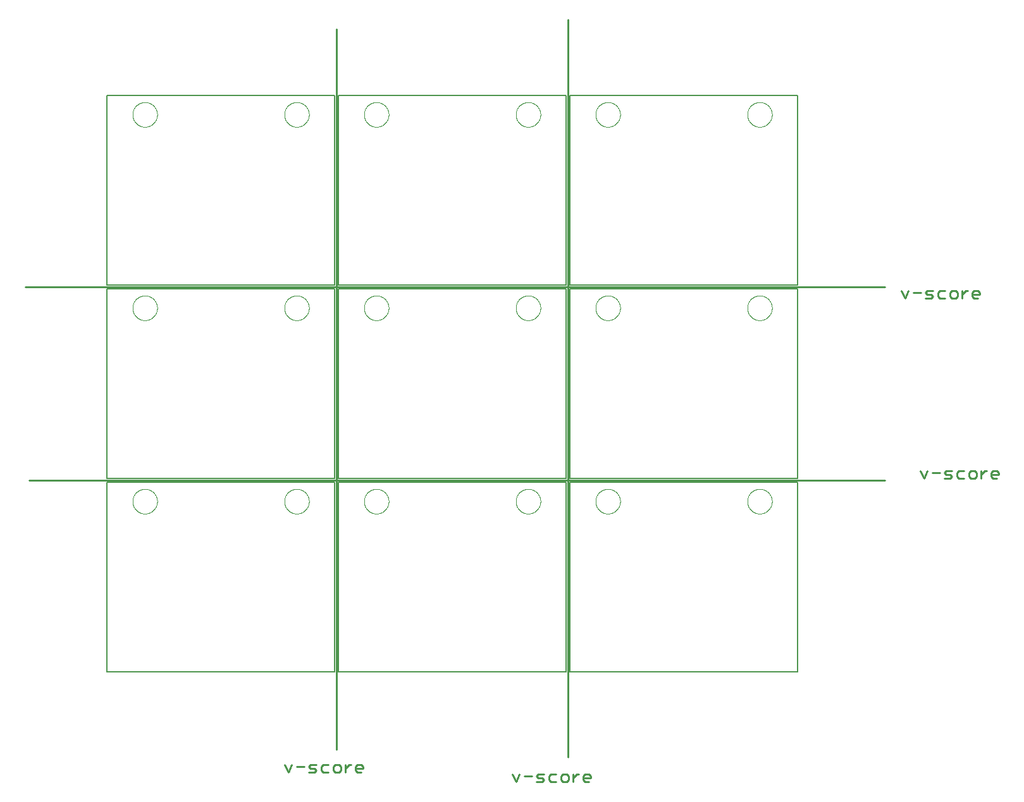
<source format=gko>
G75*
%MOIN*%
%OFA0B0*%
%FSLAX25Y25*%
%IPPOS*%
%LPD*%
%AMOC8*
5,1,8,0,0,1.08239X$1,22.5*
%
%ADD10C,0.00800*%
%ADD11C,0.01000*%
%ADD12C,0.01100*%
%ADD13C,0.00000*%
D10*
X0044500Y0061833D02*
X0164500Y0061833D01*
X0164500Y0161833D01*
X0044500Y0161833D01*
X0044500Y0061833D01*
X0166500Y0061833D02*
X0166500Y0161833D01*
X0286500Y0161833D01*
X0286500Y0061833D01*
X0166500Y0061833D01*
X0288500Y0061833D02*
X0408500Y0061833D01*
X0408500Y0161833D01*
X0288500Y0161833D01*
X0288500Y0061833D01*
X0288500Y0163833D02*
X0408500Y0163833D01*
X0408500Y0263833D01*
X0288500Y0263833D01*
X0288500Y0163833D01*
X0286500Y0163833D02*
X0166500Y0163833D01*
X0166500Y0263833D01*
X0286500Y0263833D01*
X0286500Y0163833D01*
X0164500Y0163833D02*
X0164500Y0263833D01*
X0044500Y0263833D01*
X0044500Y0163833D01*
X0164500Y0163833D01*
X0164500Y0265833D02*
X0044500Y0265833D01*
X0044500Y0365833D01*
X0164500Y0365833D01*
X0164500Y0265833D01*
X0166500Y0265833D02*
X0286500Y0265833D01*
X0286500Y0365833D01*
X0166500Y0365833D01*
X0166500Y0265833D01*
X0288500Y0265833D02*
X0408500Y0265833D01*
X0408500Y0365833D01*
X0288500Y0365833D01*
X0288500Y0265833D01*
D11*
X0454500Y0264833D02*
X0001500Y0264833D01*
X0003500Y0162833D02*
X0454500Y0162833D01*
X0287500Y0016833D02*
X0287500Y0405833D01*
X0165500Y0400833D02*
X0165500Y0020833D01*
D12*
X0164794Y0012820D02*
X0163810Y0011836D01*
X0163810Y0009867D01*
X0164794Y0008883D01*
X0166762Y0008883D01*
X0167747Y0009867D01*
X0167747Y0011836D01*
X0166762Y0012820D01*
X0164794Y0012820D01*
X0161301Y0012820D02*
X0158349Y0012820D01*
X0157364Y0011836D01*
X0157364Y0009867D01*
X0158349Y0008883D01*
X0161301Y0008883D01*
X0170255Y0008883D02*
X0170255Y0012820D01*
X0170255Y0010852D02*
X0172224Y0012820D01*
X0173208Y0012820D01*
X0175627Y0011836D02*
X0176611Y0012820D01*
X0178579Y0012820D01*
X0179563Y0011836D01*
X0179563Y0010852D01*
X0175627Y0010852D01*
X0175627Y0011836D02*
X0175627Y0009867D01*
X0176611Y0008883D01*
X0178579Y0008883D01*
X0154856Y0009867D02*
X0153871Y0010852D01*
X0151903Y0010852D01*
X0150919Y0011836D01*
X0151903Y0012820D01*
X0154856Y0012820D01*
X0154856Y0009867D02*
X0153871Y0008883D01*
X0150919Y0008883D01*
X0148410Y0011836D02*
X0144473Y0011836D01*
X0141965Y0012820D02*
X0139996Y0008883D01*
X0138028Y0012820D01*
X0258028Y0007820D02*
X0259996Y0003883D01*
X0261965Y0007820D01*
X0264473Y0006836D02*
X0268410Y0006836D01*
X0270919Y0006836D02*
X0271903Y0007820D01*
X0274856Y0007820D01*
X0273871Y0005852D02*
X0271903Y0005852D01*
X0270919Y0006836D01*
X0270919Y0003883D02*
X0273871Y0003883D01*
X0274856Y0004867D01*
X0273871Y0005852D01*
X0277364Y0006836D02*
X0277364Y0004867D01*
X0278349Y0003883D01*
X0281301Y0003883D01*
X0283810Y0004867D02*
X0284794Y0003883D01*
X0286762Y0003883D01*
X0287747Y0004867D01*
X0287747Y0006836D01*
X0286762Y0007820D01*
X0284794Y0007820D01*
X0283810Y0006836D01*
X0283810Y0004867D01*
X0281301Y0007820D02*
X0278349Y0007820D01*
X0277364Y0006836D01*
X0290255Y0007820D02*
X0290255Y0003883D01*
X0290255Y0005852D02*
X0292224Y0007820D01*
X0293208Y0007820D01*
X0295627Y0006836D02*
X0296611Y0007820D01*
X0298579Y0007820D01*
X0299563Y0006836D01*
X0299563Y0005852D01*
X0295627Y0005852D01*
X0295627Y0006836D02*
X0295627Y0004867D01*
X0296611Y0003883D01*
X0298579Y0003883D01*
X0474996Y0163883D02*
X0476965Y0167820D01*
X0479473Y0166836D02*
X0483410Y0166836D01*
X0485919Y0166836D02*
X0486903Y0167820D01*
X0489856Y0167820D01*
X0488871Y0165852D02*
X0486903Y0165852D01*
X0485919Y0166836D01*
X0485919Y0163883D02*
X0488871Y0163883D01*
X0489856Y0164867D01*
X0488871Y0165852D01*
X0492364Y0166836D02*
X0492364Y0164867D01*
X0493349Y0163883D01*
X0496301Y0163883D01*
X0498810Y0164867D02*
X0499794Y0163883D01*
X0501762Y0163883D01*
X0502747Y0164867D01*
X0502747Y0166836D01*
X0501762Y0167820D01*
X0499794Y0167820D01*
X0498810Y0166836D01*
X0498810Y0164867D01*
X0496301Y0167820D02*
X0493349Y0167820D01*
X0492364Y0166836D01*
X0505255Y0167820D02*
X0505255Y0163883D01*
X0505255Y0165852D02*
X0507224Y0167820D01*
X0508208Y0167820D01*
X0510627Y0166836D02*
X0511611Y0167820D01*
X0513579Y0167820D01*
X0514563Y0166836D01*
X0514563Y0165852D01*
X0510627Y0165852D01*
X0510627Y0166836D02*
X0510627Y0164867D01*
X0511611Y0163883D01*
X0513579Y0163883D01*
X0474996Y0163883D02*
X0473028Y0167820D01*
X0475919Y0258883D02*
X0478871Y0258883D01*
X0479856Y0259867D01*
X0478871Y0260852D01*
X0476903Y0260852D01*
X0475919Y0261836D01*
X0476903Y0262820D01*
X0479856Y0262820D01*
X0482364Y0261836D02*
X0482364Y0259867D01*
X0483349Y0258883D01*
X0486301Y0258883D01*
X0488810Y0259867D02*
X0488810Y0261836D01*
X0489794Y0262820D01*
X0491762Y0262820D01*
X0492747Y0261836D01*
X0492747Y0259867D01*
X0491762Y0258883D01*
X0489794Y0258883D01*
X0488810Y0259867D01*
X0486301Y0262820D02*
X0483349Y0262820D01*
X0482364Y0261836D01*
X0473410Y0261836D02*
X0469473Y0261836D01*
X0466965Y0262820D02*
X0464996Y0258883D01*
X0463028Y0262820D01*
X0495255Y0262820D02*
X0495255Y0258883D01*
X0495255Y0260852D02*
X0497224Y0262820D01*
X0498208Y0262820D01*
X0500627Y0261836D02*
X0500627Y0259867D01*
X0501611Y0258883D01*
X0503579Y0258883D01*
X0504563Y0260852D02*
X0500627Y0260852D01*
X0500627Y0261836D02*
X0501611Y0262820D01*
X0503579Y0262820D01*
X0504563Y0261836D01*
X0504563Y0260852D01*
D13*
X0382000Y0253833D02*
X0382002Y0253994D01*
X0382008Y0254154D01*
X0382018Y0254315D01*
X0382032Y0254475D01*
X0382050Y0254635D01*
X0382071Y0254794D01*
X0382097Y0254953D01*
X0382127Y0255111D01*
X0382160Y0255268D01*
X0382198Y0255425D01*
X0382239Y0255580D01*
X0382284Y0255734D01*
X0382333Y0255887D01*
X0382386Y0256039D01*
X0382442Y0256190D01*
X0382503Y0256339D01*
X0382566Y0256487D01*
X0382634Y0256633D01*
X0382705Y0256777D01*
X0382779Y0256919D01*
X0382857Y0257060D01*
X0382939Y0257198D01*
X0383024Y0257335D01*
X0383112Y0257469D01*
X0383204Y0257601D01*
X0383299Y0257731D01*
X0383397Y0257859D01*
X0383498Y0257984D01*
X0383602Y0258106D01*
X0383709Y0258226D01*
X0383819Y0258343D01*
X0383932Y0258458D01*
X0384048Y0258569D01*
X0384167Y0258678D01*
X0384288Y0258783D01*
X0384412Y0258886D01*
X0384538Y0258986D01*
X0384666Y0259082D01*
X0384797Y0259175D01*
X0384931Y0259265D01*
X0385066Y0259352D01*
X0385204Y0259435D01*
X0385343Y0259515D01*
X0385485Y0259591D01*
X0385628Y0259664D01*
X0385773Y0259733D01*
X0385920Y0259799D01*
X0386068Y0259861D01*
X0386218Y0259919D01*
X0386369Y0259974D01*
X0386522Y0260025D01*
X0386676Y0260072D01*
X0386831Y0260115D01*
X0386987Y0260154D01*
X0387143Y0260190D01*
X0387301Y0260221D01*
X0387459Y0260249D01*
X0387618Y0260273D01*
X0387778Y0260293D01*
X0387938Y0260309D01*
X0388098Y0260321D01*
X0388259Y0260329D01*
X0388420Y0260333D01*
X0388580Y0260333D01*
X0388741Y0260329D01*
X0388902Y0260321D01*
X0389062Y0260309D01*
X0389222Y0260293D01*
X0389382Y0260273D01*
X0389541Y0260249D01*
X0389699Y0260221D01*
X0389857Y0260190D01*
X0390013Y0260154D01*
X0390169Y0260115D01*
X0390324Y0260072D01*
X0390478Y0260025D01*
X0390631Y0259974D01*
X0390782Y0259919D01*
X0390932Y0259861D01*
X0391080Y0259799D01*
X0391227Y0259733D01*
X0391372Y0259664D01*
X0391515Y0259591D01*
X0391657Y0259515D01*
X0391796Y0259435D01*
X0391934Y0259352D01*
X0392069Y0259265D01*
X0392203Y0259175D01*
X0392334Y0259082D01*
X0392462Y0258986D01*
X0392588Y0258886D01*
X0392712Y0258783D01*
X0392833Y0258678D01*
X0392952Y0258569D01*
X0393068Y0258458D01*
X0393181Y0258343D01*
X0393291Y0258226D01*
X0393398Y0258106D01*
X0393502Y0257984D01*
X0393603Y0257859D01*
X0393701Y0257731D01*
X0393796Y0257601D01*
X0393888Y0257469D01*
X0393976Y0257335D01*
X0394061Y0257198D01*
X0394143Y0257060D01*
X0394221Y0256919D01*
X0394295Y0256777D01*
X0394366Y0256633D01*
X0394434Y0256487D01*
X0394497Y0256339D01*
X0394558Y0256190D01*
X0394614Y0256039D01*
X0394667Y0255887D01*
X0394716Y0255734D01*
X0394761Y0255580D01*
X0394802Y0255425D01*
X0394840Y0255268D01*
X0394873Y0255111D01*
X0394903Y0254953D01*
X0394929Y0254794D01*
X0394950Y0254635D01*
X0394968Y0254475D01*
X0394982Y0254315D01*
X0394992Y0254154D01*
X0394998Y0253994D01*
X0395000Y0253833D01*
X0394998Y0253672D01*
X0394992Y0253512D01*
X0394982Y0253351D01*
X0394968Y0253191D01*
X0394950Y0253031D01*
X0394929Y0252872D01*
X0394903Y0252713D01*
X0394873Y0252555D01*
X0394840Y0252398D01*
X0394802Y0252241D01*
X0394761Y0252086D01*
X0394716Y0251932D01*
X0394667Y0251779D01*
X0394614Y0251627D01*
X0394558Y0251476D01*
X0394497Y0251327D01*
X0394434Y0251179D01*
X0394366Y0251033D01*
X0394295Y0250889D01*
X0394221Y0250747D01*
X0394143Y0250606D01*
X0394061Y0250468D01*
X0393976Y0250331D01*
X0393888Y0250197D01*
X0393796Y0250065D01*
X0393701Y0249935D01*
X0393603Y0249807D01*
X0393502Y0249682D01*
X0393398Y0249560D01*
X0393291Y0249440D01*
X0393181Y0249323D01*
X0393068Y0249208D01*
X0392952Y0249097D01*
X0392833Y0248988D01*
X0392712Y0248883D01*
X0392588Y0248780D01*
X0392462Y0248680D01*
X0392334Y0248584D01*
X0392203Y0248491D01*
X0392069Y0248401D01*
X0391934Y0248314D01*
X0391796Y0248231D01*
X0391657Y0248151D01*
X0391515Y0248075D01*
X0391372Y0248002D01*
X0391227Y0247933D01*
X0391080Y0247867D01*
X0390932Y0247805D01*
X0390782Y0247747D01*
X0390631Y0247692D01*
X0390478Y0247641D01*
X0390324Y0247594D01*
X0390169Y0247551D01*
X0390013Y0247512D01*
X0389857Y0247476D01*
X0389699Y0247445D01*
X0389541Y0247417D01*
X0389382Y0247393D01*
X0389222Y0247373D01*
X0389062Y0247357D01*
X0388902Y0247345D01*
X0388741Y0247337D01*
X0388580Y0247333D01*
X0388420Y0247333D01*
X0388259Y0247337D01*
X0388098Y0247345D01*
X0387938Y0247357D01*
X0387778Y0247373D01*
X0387618Y0247393D01*
X0387459Y0247417D01*
X0387301Y0247445D01*
X0387143Y0247476D01*
X0386987Y0247512D01*
X0386831Y0247551D01*
X0386676Y0247594D01*
X0386522Y0247641D01*
X0386369Y0247692D01*
X0386218Y0247747D01*
X0386068Y0247805D01*
X0385920Y0247867D01*
X0385773Y0247933D01*
X0385628Y0248002D01*
X0385485Y0248075D01*
X0385343Y0248151D01*
X0385204Y0248231D01*
X0385066Y0248314D01*
X0384931Y0248401D01*
X0384797Y0248491D01*
X0384666Y0248584D01*
X0384538Y0248680D01*
X0384412Y0248780D01*
X0384288Y0248883D01*
X0384167Y0248988D01*
X0384048Y0249097D01*
X0383932Y0249208D01*
X0383819Y0249323D01*
X0383709Y0249440D01*
X0383602Y0249560D01*
X0383498Y0249682D01*
X0383397Y0249807D01*
X0383299Y0249935D01*
X0383204Y0250065D01*
X0383112Y0250197D01*
X0383024Y0250331D01*
X0382939Y0250468D01*
X0382857Y0250606D01*
X0382779Y0250747D01*
X0382705Y0250889D01*
X0382634Y0251033D01*
X0382566Y0251179D01*
X0382503Y0251327D01*
X0382442Y0251476D01*
X0382386Y0251627D01*
X0382333Y0251779D01*
X0382284Y0251932D01*
X0382239Y0252086D01*
X0382198Y0252241D01*
X0382160Y0252398D01*
X0382127Y0252555D01*
X0382097Y0252713D01*
X0382071Y0252872D01*
X0382050Y0253031D01*
X0382032Y0253191D01*
X0382018Y0253351D01*
X0382008Y0253512D01*
X0382002Y0253672D01*
X0382000Y0253833D01*
X0302000Y0253833D02*
X0302002Y0253994D01*
X0302008Y0254154D01*
X0302018Y0254315D01*
X0302032Y0254475D01*
X0302050Y0254635D01*
X0302071Y0254794D01*
X0302097Y0254953D01*
X0302127Y0255111D01*
X0302160Y0255268D01*
X0302198Y0255425D01*
X0302239Y0255580D01*
X0302284Y0255734D01*
X0302333Y0255887D01*
X0302386Y0256039D01*
X0302442Y0256190D01*
X0302503Y0256339D01*
X0302566Y0256487D01*
X0302634Y0256633D01*
X0302705Y0256777D01*
X0302779Y0256919D01*
X0302857Y0257060D01*
X0302939Y0257198D01*
X0303024Y0257335D01*
X0303112Y0257469D01*
X0303204Y0257601D01*
X0303299Y0257731D01*
X0303397Y0257859D01*
X0303498Y0257984D01*
X0303602Y0258106D01*
X0303709Y0258226D01*
X0303819Y0258343D01*
X0303932Y0258458D01*
X0304048Y0258569D01*
X0304167Y0258678D01*
X0304288Y0258783D01*
X0304412Y0258886D01*
X0304538Y0258986D01*
X0304666Y0259082D01*
X0304797Y0259175D01*
X0304931Y0259265D01*
X0305066Y0259352D01*
X0305204Y0259435D01*
X0305343Y0259515D01*
X0305485Y0259591D01*
X0305628Y0259664D01*
X0305773Y0259733D01*
X0305920Y0259799D01*
X0306068Y0259861D01*
X0306218Y0259919D01*
X0306369Y0259974D01*
X0306522Y0260025D01*
X0306676Y0260072D01*
X0306831Y0260115D01*
X0306987Y0260154D01*
X0307143Y0260190D01*
X0307301Y0260221D01*
X0307459Y0260249D01*
X0307618Y0260273D01*
X0307778Y0260293D01*
X0307938Y0260309D01*
X0308098Y0260321D01*
X0308259Y0260329D01*
X0308420Y0260333D01*
X0308580Y0260333D01*
X0308741Y0260329D01*
X0308902Y0260321D01*
X0309062Y0260309D01*
X0309222Y0260293D01*
X0309382Y0260273D01*
X0309541Y0260249D01*
X0309699Y0260221D01*
X0309857Y0260190D01*
X0310013Y0260154D01*
X0310169Y0260115D01*
X0310324Y0260072D01*
X0310478Y0260025D01*
X0310631Y0259974D01*
X0310782Y0259919D01*
X0310932Y0259861D01*
X0311080Y0259799D01*
X0311227Y0259733D01*
X0311372Y0259664D01*
X0311515Y0259591D01*
X0311657Y0259515D01*
X0311796Y0259435D01*
X0311934Y0259352D01*
X0312069Y0259265D01*
X0312203Y0259175D01*
X0312334Y0259082D01*
X0312462Y0258986D01*
X0312588Y0258886D01*
X0312712Y0258783D01*
X0312833Y0258678D01*
X0312952Y0258569D01*
X0313068Y0258458D01*
X0313181Y0258343D01*
X0313291Y0258226D01*
X0313398Y0258106D01*
X0313502Y0257984D01*
X0313603Y0257859D01*
X0313701Y0257731D01*
X0313796Y0257601D01*
X0313888Y0257469D01*
X0313976Y0257335D01*
X0314061Y0257198D01*
X0314143Y0257060D01*
X0314221Y0256919D01*
X0314295Y0256777D01*
X0314366Y0256633D01*
X0314434Y0256487D01*
X0314497Y0256339D01*
X0314558Y0256190D01*
X0314614Y0256039D01*
X0314667Y0255887D01*
X0314716Y0255734D01*
X0314761Y0255580D01*
X0314802Y0255425D01*
X0314840Y0255268D01*
X0314873Y0255111D01*
X0314903Y0254953D01*
X0314929Y0254794D01*
X0314950Y0254635D01*
X0314968Y0254475D01*
X0314982Y0254315D01*
X0314992Y0254154D01*
X0314998Y0253994D01*
X0315000Y0253833D01*
X0314998Y0253672D01*
X0314992Y0253512D01*
X0314982Y0253351D01*
X0314968Y0253191D01*
X0314950Y0253031D01*
X0314929Y0252872D01*
X0314903Y0252713D01*
X0314873Y0252555D01*
X0314840Y0252398D01*
X0314802Y0252241D01*
X0314761Y0252086D01*
X0314716Y0251932D01*
X0314667Y0251779D01*
X0314614Y0251627D01*
X0314558Y0251476D01*
X0314497Y0251327D01*
X0314434Y0251179D01*
X0314366Y0251033D01*
X0314295Y0250889D01*
X0314221Y0250747D01*
X0314143Y0250606D01*
X0314061Y0250468D01*
X0313976Y0250331D01*
X0313888Y0250197D01*
X0313796Y0250065D01*
X0313701Y0249935D01*
X0313603Y0249807D01*
X0313502Y0249682D01*
X0313398Y0249560D01*
X0313291Y0249440D01*
X0313181Y0249323D01*
X0313068Y0249208D01*
X0312952Y0249097D01*
X0312833Y0248988D01*
X0312712Y0248883D01*
X0312588Y0248780D01*
X0312462Y0248680D01*
X0312334Y0248584D01*
X0312203Y0248491D01*
X0312069Y0248401D01*
X0311934Y0248314D01*
X0311796Y0248231D01*
X0311657Y0248151D01*
X0311515Y0248075D01*
X0311372Y0248002D01*
X0311227Y0247933D01*
X0311080Y0247867D01*
X0310932Y0247805D01*
X0310782Y0247747D01*
X0310631Y0247692D01*
X0310478Y0247641D01*
X0310324Y0247594D01*
X0310169Y0247551D01*
X0310013Y0247512D01*
X0309857Y0247476D01*
X0309699Y0247445D01*
X0309541Y0247417D01*
X0309382Y0247393D01*
X0309222Y0247373D01*
X0309062Y0247357D01*
X0308902Y0247345D01*
X0308741Y0247337D01*
X0308580Y0247333D01*
X0308420Y0247333D01*
X0308259Y0247337D01*
X0308098Y0247345D01*
X0307938Y0247357D01*
X0307778Y0247373D01*
X0307618Y0247393D01*
X0307459Y0247417D01*
X0307301Y0247445D01*
X0307143Y0247476D01*
X0306987Y0247512D01*
X0306831Y0247551D01*
X0306676Y0247594D01*
X0306522Y0247641D01*
X0306369Y0247692D01*
X0306218Y0247747D01*
X0306068Y0247805D01*
X0305920Y0247867D01*
X0305773Y0247933D01*
X0305628Y0248002D01*
X0305485Y0248075D01*
X0305343Y0248151D01*
X0305204Y0248231D01*
X0305066Y0248314D01*
X0304931Y0248401D01*
X0304797Y0248491D01*
X0304666Y0248584D01*
X0304538Y0248680D01*
X0304412Y0248780D01*
X0304288Y0248883D01*
X0304167Y0248988D01*
X0304048Y0249097D01*
X0303932Y0249208D01*
X0303819Y0249323D01*
X0303709Y0249440D01*
X0303602Y0249560D01*
X0303498Y0249682D01*
X0303397Y0249807D01*
X0303299Y0249935D01*
X0303204Y0250065D01*
X0303112Y0250197D01*
X0303024Y0250331D01*
X0302939Y0250468D01*
X0302857Y0250606D01*
X0302779Y0250747D01*
X0302705Y0250889D01*
X0302634Y0251033D01*
X0302566Y0251179D01*
X0302503Y0251327D01*
X0302442Y0251476D01*
X0302386Y0251627D01*
X0302333Y0251779D01*
X0302284Y0251932D01*
X0302239Y0252086D01*
X0302198Y0252241D01*
X0302160Y0252398D01*
X0302127Y0252555D01*
X0302097Y0252713D01*
X0302071Y0252872D01*
X0302050Y0253031D01*
X0302032Y0253191D01*
X0302018Y0253351D01*
X0302008Y0253512D01*
X0302002Y0253672D01*
X0302000Y0253833D01*
X0260000Y0253833D02*
X0260002Y0253994D01*
X0260008Y0254154D01*
X0260018Y0254315D01*
X0260032Y0254475D01*
X0260050Y0254635D01*
X0260071Y0254794D01*
X0260097Y0254953D01*
X0260127Y0255111D01*
X0260160Y0255268D01*
X0260198Y0255425D01*
X0260239Y0255580D01*
X0260284Y0255734D01*
X0260333Y0255887D01*
X0260386Y0256039D01*
X0260442Y0256190D01*
X0260503Y0256339D01*
X0260566Y0256487D01*
X0260634Y0256633D01*
X0260705Y0256777D01*
X0260779Y0256919D01*
X0260857Y0257060D01*
X0260939Y0257198D01*
X0261024Y0257335D01*
X0261112Y0257469D01*
X0261204Y0257601D01*
X0261299Y0257731D01*
X0261397Y0257859D01*
X0261498Y0257984D01*
X0261602Y0258106D01*
X0261709Y0258226D01*
X0261819Y0258343D01*
X0261932Y0258458D01*
X0262048Y0258569D01*
X0262167Y0258678D01*
X0262288Y0258783D01*
X0262412Y0258886D01*
X0262538Y0258986D01*
X0262666Y0259082D01*
X0262797Y0259175D01*
X0262931Y0259265D01*
X0263066Y0259352D01*
X0263204Y0259435D01*
X0263343Y0259515D01*
X0263485Y0259591D01*
X0263628Y0259664D01*
X0263773Y0259733D01*
X0263920Y0259799D01*
X0264068Y0259861D01*
X0264218Y0259919D01*
X0264369Y0259974D01*
X0264522Y0260025D01*
X0264676Y0260072D01*
X0264831Y0260115D01*
X0264987Y0260154D01*
X0265143Y0260190D01*
X0265301Y0260221D01*
X0265459Y0260249D01*
X0265618Y0260273D01*
X0265778Y0260293D01*
X0265938Y0260309D01*
X0266098Y0260321D01*
X0266259Y0260329D01*
X0266420Y0260333D01*
X0266580Y0260333D01*
X0266741Y0260329D01*
X0266902Y0260321D01*
X0267062Y0260309D01*
X0267222Y0260293D01*
X0267382Y0260273D01*
X0267541Y0260249D01*
X0267699Y0260221D01*
X0267857Y0260190D01*
X0268013Y0260154D01*
X0268169Y0260115D01*
X0268324Y0260072D01*
X0268478Y0260025D01*
X0268631Y0259974D01*
X0268782Y0259919D01*
X0268932Y0259861D01*
X0269080Y0259799D01*
X0269227Y0259733D01*
X0269372Y0259664D01*
X0269515Y0259591D01*
X0269657Y0259515D01*
X0269796Y0259435D01*
X0269934Y0259352D01*
X0270069Y0259265D01*
X0270203Y0259175D01*
X0270334Y0259082D01*
X0270462Y0258986D01*
X0270588Y0258886D01*
X0270712Y0258783D01*
X0270833Y0258678D01*
X0270952Y0258569D01*
X0271068Y0258458D01*
X0271181Y0258343D01*
X0271291Y0258226D01*
X0271398Y0258106D01*
X0271502Y0257984D01*
X0271603Y0257859D01*
X0271701Y0257731D01*
X0271796Y0257601D01*
X0271888Y0257469D01*
X0271976Y0257335D01*
X0272061Y0257198D01*
X0272143Y0257060D01*
X0272221Y0256919D01*
X0272295Y0256777D01*
X0272366Y0256633D01*
X0272434Y0256487D01*
X0272497Y0256339D01*
X0272558Y0256190D01*
X0272614Y0256039D01*
X0272667Y0255887D01*
X0272716Y0255734D01*
X0272761Y0255580D01*
X0272802Y0255425D01*
X0272840Y0255268D01*
X0272873Y0255111D01*
X0272903Y0254953D01*
X0272929Y0254794D01*
X0272950Y0254635D01*
X0272968Y0254475D01*
X0272982Y0254315D01*
X0272992Y0254154D01*
X0272998Y0253994D01*
X0273000Y0253833D01*
X0272998Y0253672D01*
X0272992Y0253512D01*
X0272982Y0253351D01*
X0272968Y0253191D01*
X0272950Y0253031D01*
X0272929Y0252872D01*
X0272903Y0252713D01*
X0272873Y0252555D01*
X0272840Y0252398D01*
X0272802Y0252241D01*
X0272761Y0252086D01*
X0272716Y0251932D01*
X0272667Y0251779D01*
X0272614Y0251627D01*
X0272558Y0251476D01*
X0272497Y0251327D01*
X0272434Y0251179D01*
X0272366Y0251033D01*
X0272295Y0250889D01*
X0272221Y0250747D01*
X0272143Y0250606D01*
X0272061Y0250468D01*
X0271976Y0250331D01*
X0271888Y0250197D01*
X0271796Y0250065D01*
X0271701Y0249935D01*
X0271603Y0249807D01*
X0271502Y0249682D01*
X0271398Y0249560D01*
X0271291Y0249440D01*
X0271181Y0249323D01*
X0271068Y0249208D01*
X0270952Y0249097D01*
X0270833Y0248988D01*
X0270712Y0248883D01*
X0270588Y0248780D01*
X0270462Y0248680D01*
X0270334Y0248584D01*
X0270203Y0248491D01*
X0270069Y0248401D01*
X0269934Y0248314D01*
X0269796Y0248231D01*
X0269657Y0248151D01*
X0269515Y0248075D01*
X0269372Y0248002D01*
X0269227Y0247933D01*
X0269080Y0247867D01*
X0268932Y0247805D01*
X0268782Y0247747D01*
X0268631Y0247692D01*
X0268478Y0247641D01*
X0268324Y0247594D01*
X0268169Y0247551D01*
X0268013Y0247512D01*
X0267857Y0247476D01*
X0267699Y0247445D01*
X0267541Y0247417D01*
X0267382Y0247393D01*
X0267222Y0247373D01*
X0267062Y0247357D01*
X0266902Y0247345D01*
X0266741Y0247337D01*
X0266580Y0247333D01*
X0266420Y0247333D01*
X0266259Y0247337D01*
X0266098Y0247345D01*
X0265938Y0247357D01*
X0265778Y0247373D01*
X0265618Y0247393D01*
X0265459Y0247417D01*
X0265301Y0247445D01*
X0265143Y0247476D01*
X0264987Y0247512D01*
X0264831Y0247551D01*
X0264676Y0247594D01*
X0264522Y0247641D01*
X0264369Y0247692D01*
X0264218Y0247747D01*
X0264068Y0247805D01*
X0263920Y0247867D01*
X0263773Y0247933D01*
X0263628Y0248002D01*
X0263485Y0248075D01*
X0263343Y0248151D01*
X0263204Y0248231D01*
X0263066Y0248314D01*
X0262931Y0248401D01*
X0262797Y0248491D01*
X0262666Y0248584D01*
X0262538Y0248680D01*
X0262412Y0248780D01*
X0262288Y0248883D01*
X0262167Y0248988D01*
X0262048Y0249097D01*
X0261932Y0249208D01*
X0261819Y0249323D01*
X0261709Y0249440D01*
X0261602Y0249560D01*
X0261498Y0249682D01*
X0261397Y0249807D01*
X0261299Y0249935D01*
X0261204Y0250065D01*
X0261112Y0250197D01*
X0261024Y0250331D01*
X0260939Y0250468D01*
X0260857Y0250606D01*
X0260779Y0250747D01*
X0260705Y0250889D01*
X0260634Y0251033D01*
X0260566Y0251179D01*
X0260503Y0251327D01*
X0260442Y0251476D01*
X0260386Y0251627D01*
X0260333Y0251779D01*
X0260284Y0251932D01*
X0260239Y0252086D01*
X0260198Y0252241D01*
X0260160Y0252398D01*
X0260127Y0252555D01*
X0260097Y0252713D01*
X0260071Y0252872D01*
X0260050Y0253031D01*
X0260032Y0253191D01*
X0260018Y0253351D01*
X0260008Y0253512D01*
X0260002Y0253672D01*
X0260000Y0253833D01*
X0180000Y0253833D02*
X0180002Y0253994D01*
X0180008Y0254154D01*
X0180018Y0254315D01*
X0180032Y0254475D01*
X0180050Y0254635D01*
X0180071Y0254794D01*
X0180097Y0254953D01*
X0180127Y0255111D01*
X0180160Y0255268D01*
X0180198Y0255425D01*
X0180239Y0255580D01*
X0180284Y0255734D01*
X0180333Y0255887D01*
X0180386Y0256039D01*
X0180442Y0256190D01*
X0180503Y0256339D01*
X0180566Y0256487D01*
X0180634Y0256633D01*
X0180705Y0256777D01*
X0180779Y0256919D01*
X0180857Y0257060D01*
X0180939Y0257198D01*
X0181024Y0257335D01*
X0181112Y0257469D01*
X0181204Y0257601D01*
X0181299Y0257731D01*
X0181397Y0257859D01*
X0181498Y0257984D01*
X0181602Y0258106D01*
X0181709Y0258226D01*
X0181819Y0258343D01*
X0181932Y0258458D01*
X0182048Y0258569D01*
X0182167Y0258678D01*
X0182288Y0258783D01*
X0182412Y0258886D01*
X0182538Y0258986D01*
X0182666Y0259082D01*
X0182797Y0259175D01*
X0182931Y0259265D01*
X0183066Y0259352D01*
X0183204Y0259435D01*
X0183343Y0259515D01*
X0183485Y0259591D01*
X0183628Y0259664D01*
X0183773Y0259733D01*
X0183920Y0259799D01*
X0184068Y0259861D01*
X0184218Y0259919D01*
X0184369Y0259974D01*
X0184522Y0260025D01*
X0184676Y0260072D01*
X0184831Y0260115D01*
X0184987Y0260154D01*
X0185143Y0260190D01*
X0185301Y0260221D01*
X0185459Y0260249D01*
X0185618Y0260273D01*
X0185778Y0260293D01*
X0185938Y0260309D01*
X0186098Y0260321D01*
X0186259Y0260329D01*
X0186420Y0260333D01*
X0186580Y0260333D01*
X0186741Y0260329D01*
X0186902Y0260321D01*
X0187062Y0260309D01*
X0187222Y0260293D01*
X0187382Y0260273D01*
X0187541Y0260249D01*
X0187699Y0260221D01*
X0187857Y0260190D01*
X0188013Y0260154D01*
X0188169Y0260115D01*
X0188324Y0260072D01*
X0188478Y0260025D01*
X0188631Y0259974D01*
X0188782Y0259919D01*
X0188932Y0259861D01*
X0189080Y0259799D01*
X0189227Y0259733D01*
X0189372Y0259664D01*
X0189515Y0259591D01*
X0189657Y0259515D01*
X0189796Y0259435D01*
X0189934Y0259352D01*
X0190069Y0259265D01*
X0190203Y0259175D01*
X0190334Y0259082D01*
X0190462Y0258986D01*
X0190588Y0258886D01*
X0190712Y0258783D01*
X0190833Y0258678D01*
X0190952Y0258569D01*
X0191068Y0258458D01*
X0191181Y0258343D01*
X0191291Y0258226D01*
X0191398Y0258106D01*
X0191502Y0257984D01*
X0191603Y0257859D01*
X0191701Y0257731D01*
X0191796Y0257601D01*
X0191888Y0257469D01*
X0191976Y0257335D01*
X0192061Y0257198D01*
X0192143Y0257060D01*
X0192221Y0256919D01*
X0192295Y0256777D01*
X0192366Y0256633D01*
X0192434Y0256487D01*
X0192497Y0256339D01*
X0192558Y0256190D01*
X0192614Y0256039D01*
X0192667Y0255887D01*
X0192716Y0255734D01*
X0192761Y0255580D01*
X0192802Y0255425D01*
X0192840Y0255268D01*
X0192873Y0255111D01*
X0192903Y0254953D01*
X0192929Y0254794D01*
X0192950Y0254635D01*
X0192968Y0254475D01*
X0192982Y0254315D01*
X0192992Y0254154D01*
X0192998Y0253994D01*
X0193000Y0253833D01*
X0192998Y0253672D01*
X0192992Y0253512D01*
X0192982Y0253351D01*
X0192968Y0253191D01*
X0192950Y0253031D01*
X0192929Y0252872D01*
X0192903Y0252713D01*
X0192873Y0252555D01*
X0192840Y0252398D01*
X0192802Y0252241D01*
X0192761Y0252086D01*
X0192716Y0251932D01*
X0192667Y0251779D01*
X0192614Y0251627D01*
X0192558Y0251476D01*
X0192497Y0251327D01*
X0192434Y0251179D01*
X0192366Y0251033D01*
X0192295Y0250889D01*
X0192221Y0250747D01*
X0192143Y0250606D01*
X0192061Y0250468D01*
X0191976Y0250331D01*
X0191888Y0250197D01*
X0191796Y0250065D01*
X0191701Y0249935D01*
X0191603Y0249807D01*
X0191502Y0249682D01*
X0191398Y0249560D01*
X0191291Y0249440D01*
X0191181Y0249323D01*
X0191068Y0249208D01*
X0190952Y0249097D01*
X0190833Y0248988D01*
X0190712Y0248883D01*
X0190588Y0248780D01*
X0190462Y0248680D01*
X0190334Y0248584D01*
X0190203Y0248491D01*
X0190069Y0248401D01*
X0189934Y0248314D01*
X0189796Y0248231D01*
X0189657Y0248151D01*
X0189515Y0248075D01*
X0189372Y0248002D01*
X0189227Y0247933D01*
X0189080Y0247867D01*
X0188932Y0247805D01*
X0188782Y0247747D01*
X0188631Y0247692D01*
X0188478Y0247641D01*
X0188324Y0247594D01*
X0188169Y0247551D01*
X0188013Y0247512D01*
X0187857Y0247476D01*
X0187699Y0247445D01*
X0187541Y0247417D01*
X0187382Y0247393D01*
X0187222Y0247373D01*
X0187062Y0247357D01*
X0186902Y0247345D01*
X0186741Y0247337D01*
X0186580Y0247333D01*
X0186420Y0247333D01*
X0186259Y0247337D01*
X0186098Y0247345D01*
X0185938Y0247357D01*
X0185778Y0247373D01*
X0185618Y0247393D01*
X0185459Y0247417D01*
X0185301Y0247445D01*
X0185143Y0247476D01*
X0184987Y0247512D01*
X0184831Y0247551D01*
X0184676Y0247594D01*
X0184522Y0247641D01*
X0184369Y0247692D01*
X0184218Y0247747D01*
X0184068Y0247805D01*
X0183920Y0247867D01*
X0183773Y0247933D01*
X0183628Y0248002D01*
X0183485Y0248075D01*
X0183343Y0248151D01*
X0183204Y0248231D01*
X0183066Y0248314D01*
X0182931Y0248401D01*
X0182797Y0248491D01*
X0182666Y0248584D01*
X0182538Y0248680D01*
X0182412Y0248780D01*
X0182288Y0248883D01*
X0182167Y0248988D01*
X0182048Y0249097D01*
X0181932Y0249208D01*
X0181819Y0249323D01*
X0181709Y0249440D01*
X0181602Y0249560D01*
X0181498Y0249682D01*
X0181397Y0249807D01*
X0181299Y0249935D01*
X0181204Y0250065D01*
X0181112Y0250197D01*
X0181024Y0250331D01*
X0180939Y0250468D01*
X0180857Y0250606D01*
X0180779Y0250747D01*
X0180705Y0250889D01*
X0180634Y0251033D01*
X0180566Y0251179D01*
X0180503Y0251327D01*
X0180442Y0251476D01*
X0180386Y0251627D01*
X0180333Y0251779D01*
X0180284Y0251932D01*
X0180239Y0252086D01*
X0180198Y0252241D01*
X0180160Y0252398D01*
X0180127Y0252555D01*
X0180097Y0252713D01*
X0180071Y0252872D01*
X0180050Y0253031D01*
X0180032Y0253191D01*
X0180018Y0253351D01*
X0180008Y0253512D01*
X0180002Y0253672D01*
X0180000Y0253833D01*
X0138000Y0253833D02*
X0138002Y0253994D01*
X0138008Y0254154D01*
X0138018Y0254315D01*
X0138032Y0254475D01*
X0138050Y0254635D01*
X0138071Y0254794D01*
X0138097Y0254953D01*
X0138127Y0255111D01*
X0138160Y0255268D01*
X0138198Y0255425D01*
X0138239Y0255580D01*
X0138284Y0255734D01*
X0138333Y0255887D01*
X0138386Y0256039D01*
X0138442Y0256190D01*
X0138503Y0256339D01*
X0138566Y0256487D01*
X0138634Y0256633D01*
X0138705Y0256777D01*
X0138779Y0256919D01*
X0138857Y0257060D01*
X0138939Y0257198D01*
X0139024Y0257335D01*
X0139112Y0257469D01*
X0139204Y0257601D01*
X0139299Y0257731D01*
X0139397Y0257859D01*
X0139498Y0257984D01*
X0139602Y0258106D01*
X0139709Y0258226D01*
X0139819Y0258343D01*
X0139932Y0258458D01*
X0140048Y0258569D01*
X0140167Y0258678D01*
X0140288Y0258783D01*
X0140412Y0258886D01*
X0140538Y0258986D01*
X0140666Y0259082D01*
X0140797Y0259175D01*
X0140931Y0259265D01*
X0141066Y0259352D01*
X0141204Y0259435D01*
X0141343Y0259515D01*
X0141485Y0259591D01*
X0141628Y0259664D01*
X0141773Y0259733D01*
X0141920Y0259799D01*
X0142068Y0259861D01*
X0142218Y0259919D01*
X0142369Y0259974D01*
X0142522Y0260025D01*
X0142676Y0260072D01*
X0142831Y0260115D01*
X0142987Y0260154D01*
X0143143Y0260190D01*
X0143301Y0260221D01*
X0143459Y0260249D01*
X0143618Y0260273D01*
X0143778Y0260293D01*
X0143938Y0260309D01*
X0144098Y0260321D01*
X0144259Y0260329D01*
X0144420Y0260333D01*
X0144580Y0260333D01*
X0144741Y0260329D01*
X0144902Y0260321D01*
X0145062Y0260309D01*
X0145222Y0260293D01*
X0145382Y0260273D01*
X0145541Y0260249D01*
X0145699Y0260221D01*
X0145857Y0260190D01*
X0146013Y0260154D01*
X0146169Y0260115D01*
X0146324Y0260072D01*
X0146478Y0260025D01*
X0146631Y0259974D01*
X0146782Y0259919D01*
X0146932Y0259861D01*
X0147080Y0259799D01*
X0147227Y0259733D01*
X0147372Y0259664D01*
X0147515Y0259591D01*
X0147657Y0259515D01*
X0147796Y0259435D01*
X0147934Y0259352D01*
X0148069Y0259265D01*
X0148203Y0259175D01*
X0148334Y0259082D01*
X0148462Y0258986D01*
X0148588Y0258886D01*
X0148712Y0258783D01*
X0148833Y0258678D01*
X0148952Y0258569D01*
X0149068Y0258458D01*
X0149181Y0258343D01*
X0149291Y0258226D01*
X0149398Y0258106D01*
X0149502Y0257984D01*
X0149603Y0257859D01*
X0149701Y0257731D01*
X0149796Y0257601D01*
X0149888Y0257469D01*
X0149976Y0257335D01*
X0150061Y0257198D01*
X0150143Y0257060D01*
X0150221Y0256919D01*
X0150295Y0256777D01*
X0150366Y0256633D01*
X0150434Y0256487D01*
X0150497Y0256339D01*
X0150558Y0256190D01*
X0150614Y0256039D01*
X0150667Y0255887D01*
X0150716Y0255734D01*
X0150761Y0255580D01*
X0150802Y0255425D01*
X0150840Y0255268D01*
X0150873Y0255111D01*
X0150903Y0254953D01*
X0150929Y0254794D01*
X0150950Y0254635D01*
X0150968Y0254475D01*
X0150982Y0254315D01*
X0150992Y0254154D01*
X0150998Y0253994D01*
X0151000Y0253833D01*
X0150998Y0253672D01*
X0150992Y0253512D01*
X0150982Y0253351D01*
X0150968Y0253191D01*
X0150950Y0253031D01*
X0150929Y0252872D01*
X0150903Y0252713D01*
X0150873Y0252555D01*
X0150840Y0252398D01*
X0150802Y0252241D01*
X0150761Y0252086D01*
X0150716Y0251932D01*
X0150667Y0251779D01*
X0150614Y0251627D01*
X0150558Y0251476D01*
X0150497Y0251327D01*
X0150434Y0251179D01*
X0150366Y0251033D01*
X0150295Y0250889D01*
X0150221Y0250747D01*
X0150143Y0250606D01*
X0150061Y0250468D01*
X0149976Y0250331D01*
X0149888Y0250197D01*
X0149796Y0250065D01*
X0149701Y0249935D01*
X0149603Y0249807D01*
X0149502Y0249682D01*
X0149398Y0249560D01*
X0149291Y0249440D01*
X0149181Y0249323D01*
X0149068Y0249208D01*
X0148952Y0249097D01*
X0148833Y0248988D01*
X0148712Y0248883D01*
X0148588Y0248780D01*
X0148462Y0248680D01*
X0148334Y0248584D01*
X0148203Y0248491D01*
X0148069Y0248401D01*
X0147934Y0248314D01*
X0147796Y0248231D01*
X0147657Y0248151D01*
X0147515Y0248075D01*
X0147372Y0248002D01*
X0147227Y0247933D01*
X0147080Y0247867D01*
X0146932Y0247805D01*
X0146782Y0247747D01*
X0146631Y0247692D01*
X0146478Y0247641D01*
X0146324Y0247594D01*
X0146169Y0247551D01*
X0146013Y0247512D01*
X0145857Y0247476D01*
X0145699Y0247445D01*
X0145541Y0247417D01*
X0145382Y0247393D01*
X0145222Y0247373D01*
X0145062Y0247357D01*
X0144902Y0247345D01*
X0144741Y0247337D01*
X0144580Y0247333D01*
X0144420Y0247333D01*
X0144259Y0247337D01*
X0144098Y0247345D01*
X0143938Y0247357D01*
X0143778Y0247373D01*
X0143618Y0247393D01*
X0143459Y0247417D01*
X0143301Y0247445D01*
X0143143Y0247476D01*
X0142987Y0247512D01*
X0142831Y0247551D01*
X0142676Y0247594D01*
X0142522Y0247641D01*
X0142369Y0247692D01*
X0142218Y0247747D01*
X0142068Y0247805D01*
X0141920Y0247867D01*
X0141773Y0247933D01*
X0141628Y0248002D01*
X0141485Y0248075D01*
X0141343Y0248151D01*
X0141204Y0248231D01*
X0141066Y0248314D01*
X0140931Y0248401D01*
X0140797Y0248491D01*
X0140666Y0248584D01*
X0140538Y0248680D01*
X0140412Y0248780D01*
X0140288Y0248883D01*
X0140167Y0248988D01*
X0140048Y0249097D01*
X0139932Y0249208D01*
X0139819Y0249323D01*
X0139709Y0249440D01*
X0139602Y0249560D01*
X0139498Y0249682D01*
X0139397Y0249807D01*
X0139299Y0249935D01*
X0139204Y0250065D01*
X0139112Y0250197D01*
X0139024Y0250331D01*
X0138939Y0250468D01*
X0138857Y0250606D01*
X0138779Y0250747D01*
X0138705Y0250889D01*
X0138634Y0251033D01*
X0138566Y0251179D01*
X0138503Y0251327D01*
X0138442Y0251476D01*
X0138386Y0251627D01*
X0138333Y0251779D01*
X0138284Y0251932D01*
X0138239Y0252086D01*
X0138198Y0252241D01*
X0138160Y0252398D01*
X0138127Y0252555D01*
X0138097Y0252713D01*
X0138071Y0252872D01*
X0138050Y0253031D01*
X0138032Y0253191D01*
X0138018Y0253351D01*
X0138008Y0253512D01*
X0138002Y0253672D01*
X0138000Y0253833D01*
X0058000Y0253833D02*
X0058002Y0253994D01*
X0058008Y0254154D01*
X0058018Y0254315D01*
X0058032Y0254475D01*
X0058050Y0254635D01*
X0058071Y0254794D01*
X0058097Y0254953D01*
X0058127Y0255111D01*
X0058160Y0255268D01*
X0058198Y0255425D01*
X0058239Y0255580D01*
X0058284Y0255734D01*
X0058333Y0255887D01*
X0058386Y0256039D01*
X0058442Y0256190D01*
X0058503Y0256339D01*
X0058566Y0256487D01*
X0058634Y0256633D01*
X0058705Y0256777D01*
X0058779Y0256919D01*
X0058857Y0257060D01*
X0058939Y0257198D01*
X0059024Y0257335D01*
X0059112Y0257469D01*
X0059204Y0257601D01*
X0059299Y0257731D01*
X0059397Y0257859D01*
X0059498Y0257984D01*
X0059602Y0258106D01*
X0059709Y0258226D01*
X0059819Y0258343D01*
X0059932Y0258458D01*
X0060048Y0258569D01*
X0060167Y0258678D01*
X0060288Y0258783D01*
X0060412Y0258886D01*
X0060538Y0258986D01*
X0060666Y0259082D01*
X0060797Y0259175D01*
X0060931Y0259265D01*
X0061066Y0259352D01*
X0061204Y0259435D01*
X0061343Y0259515D01*
X0061485Y0259591D01*
X0061628Y0259664D01*
X0061773Y0259733D01*
X0061920Y0259799D01*
X0062068Y0259861D01*
X0062218Y0259919D01*
X0062369Y0259974D01*
X0062522Y0260025D01*
X0062676Y0260072D01*
X0062831Y0260115D01*
X0062987Y0260154D01*
X0063143Y0260190D01*
X0063301Y0260221D01*
X0063459Y0260249D01*
X0063618Y0260273D01*
X0063778Y0260293D01*
X0063938Y0260309D01*
X0064098Y0260321D01*
X0064259Y0260329D01*
X0064420Y0260333D01*
X0064580Y0260333D01*
X0064741Y0260329D01*
X0064902Y0260321D01*
X0065062Y0260309D01*
X0065222Y0260293D01*
X0065382Y0260273D01*
X0065541Y0260249D01*
X0065699Y0260221D01*
X0065857Y0260190D01*
X0066013Y0260154D01*
X0066169Y0260115D01*
X0066324Y0260072D01*
X0066478Y0260025D01*
X0066631Y0259974D01*
X0066782Y0259919D01*
X0066932Y0259861D01*
X0067080Y0259799D01*
X0067227Y0259733D01*
X0067372Y0259664D01*
X0067515Y0259591D01*
X0067657Y0259515D01*
X0067796Y0259435D01*
X0067934Y0259352D01*
X0068069Y0259265D01*
X0068203Y0259175D01*
X0068334Y0259082D01*
X0068462Y0258986D01*
X0068588Y0258886D01*
X0068712Y0258783D01*
X0068833Y0258678D01*
X0068952Y0258569D01*
X0069068Y0258458D01*
X0069181Y0258343D01*
X0069291Y0258226D01*
X0069398Y0258106D01*
X0069502Y0257984D01*
X0069603Y0257859D01*
X0069701Y0257731D01*
X0069796Y0257601D01*
X0069888Y0257469D01*
X0069976Y0257335D01*
X0070061Y0257198D01*
X0070143Y0257060D01*
X0070221Y0256919D01*
X0070295Y0256777D01*
X0070366Y0256633D01*
X0070434Y0256487D01*
X0070497Y0256339D01*
X0070558Y0256190D01*
X0070614Y0256039D01*
X0070667Y0255887D01*
X0070716Y0255734D01*
X0070761Y0255580D01*
X0070802Y0255425D01*
X0070840Y0255268D01*
X0070873Y0255111D01*
X0070903Y0254953D01*
X0070929Y0254794D01*
X0070950Y0254635D01*
X0070968Y0254475D01*
X0070982Y0254315D01*
X0070992Y0254154D01*
X0070998Y0253994D01*
X0071000Y0253833D01*
X0070998Y0253672D01*
X0070992Y0253512D01*
X0070982Y0253351D01*
X0070968Y0253191D01*
X0070950Y0253031D01*
X0070929Y0252872D01*
X0070903Y0252713D01*
X0070873Y0252555D01*
X0070840Y0252398D01*
X0070802Y0252241D01*
X0070761Y0252086D01*
X0070716Y0251932D01*
X0070667Y0251779D01*
X0070614Y0251627D01*
X0070558Y0251476D01*
X0070497Y0251327D01*
X0070434Y0251179D01*
X0070366Y0251033D01*
X0070295Y0250889D01*
X0070221Y0250747D01*
X0070143Y0250606D01*
X0070061Y0250468D01*
X0069976Y0250331D01*
X0069888Y0250197D01*
X0069796Y0250065D01*
X0069701Y0249935D01*
X0069603Y0249807D01*
X0069502Y0249682D01*
X0069398Y0249560D01*
X0069291Y0249440D01*
X0069181Y0249323D01*
X0069068Y0249208D01*
X0068952Y0249097D01*
X0068833Y0248988D01*
X0068712Y0248883D01*
X0068588Y0248780D01*
X0068462Y0248680D01*
X0068334Y0248584D01*
X0068203Y0248491D01*
X0068069Y0248401D01*
X0067934Y0248314D01*
X0067796Y0248231D01*
X0067657Y0248151D01*
X0067515Y0248075D01*
X0067372Y0248002D01*
X0067227Y0247933D01*
X0067080Y0247867D01*
X0066932Y0247805D01*
X0066782Y0247747D01*
X0066631Y0247692D01*
X0066478Y0247641D01*
X0066324Y0247594D01*
X0066169Y0247551D01*
X0066013Y0247512D01*
X0065857Y0247476D01*
X0065699Y0247445D01*
X0065541Y0247417D01*
X0065382Y0247393D01*
X0065222Y0247373D01*
X0065062Y0247357D01*
X0064902Y0247345D01*
X0064741Y0247337D01*
X0064580Y0247333D01*
X0064420Y0247333D01*
X0064259Y0247337D01*
X0064098Y0247345D01*
X0063938Y0247357D01*
X0063778Y0247373D01*
X0063618Y0247393D01*
X0063459Y0247417D01*
X0063301Y0247445D01*
X0063143Y0247476D01*
X0062987Y0247512D01*
X0062831Y0247551D01*
X0062676Y0247594D01*
X0062522Y0247641D01*
X0062369Y0247692D01*
X0062218Y0247747D01*
X0062068Y0247805D01*
X0061920Y0247867D01*
X0061773Y0247933D01*
X0061628Y0248002D01*
X0061485Y0248075D01*
X0061343Y0248151D01*
X0061204Y0248231D01*
X0061066Y0248314D01*
X0060931Y0248401D01*
X0060797Y0248491D01*
X0060666Y0248584D01*
X0060538Y0248680D01*
X0060412Y0248780D01*
X0060288Y0248883D01*
X0060167Y0248988D01*
X0060048Y0249097D01*
X0059932Y0249208D01*
X0059819Y0249323D01*
X0059709Y0249440D01*
X0059602Y0249560D01*
X0059498Y0249682D01*
X0059397Y0249807D01*
X0059299Y0249935D01*
X0059204Y0250065D01*
X0059112Y0250197D01*
X0059024Y0250331D01*
X0058939Y0250468D01*
X0058857Y0250606D01*
X0058779Y0250747D01*
X0058705Y0250889D01*
X0058634Y0251033D01*
X0058566Y0251179D01*
X0058503Y0251327D01*
X0058442Y0251476D01*
X0058386Y0251627D01*
X0058333Y0251779D01*
X0058284Y0251932D01*
X0058239Y0252086D01*
X0058198Y0252241D01*
X0058160Y0252398D01*
X0058127Y0252555D01*
X0058097Y0252713D01*
X0058071Y0252872D01*
X0058050Y0253031D01*
X0058032Y0253191D01*
X0058018Y0253351D01*
X0058008Y0253512D01*
X0058002Y0253672D01*
X0058000Y0253833D01*
X0058000Y0151833D02*
X0058002Y0151994D01*
X0058008Y0152154D01*
X0058018Y0152315D01*
X0058032Y0152475D01*
X0058050Y0152635D01*
X0058071Y0152794D01*
X0058097Y0152953D01*
X0058127Y0153111D01*
X0058160Y0153268D01*
X0058198Y0153425D01*
X0058239Y0153580D01*
X0058284Y0153734D01*
X0058333Y0153887D01*
X0058386Y0154039D01*
X0058442Y0154190D01*
X0058503Y0154339D01*
X0058566Y0154487D01*
X0058634Y0154633D01*
X0058705Y0154777D01*
X0058779Y0154919D01*
X0058857Y0155060D01*
X0058939Y0155198D01*
X0059024Y0155335D01*
X0059112Y0155469D01*
X0059204Y0155601D01*
X0059299Y0155731D01*
X0059397Y0155859D01*
X0059498Y0155984D01*
X0059602Y0156106D01*
X0059709Y0156226D01*
X0059819Y0156343D01*
X0059932Y0156458D01*
X0060048Y0156569D01*
X0060167Y0156678D01*
X0060288Y0156783D01*
X0060412Y0156886D01*
X0060538Y0156986D01*
X0060666Y0157082D01*
X0060797Y0157175D01*
X0060931Y0157265D01*
X0061066Y0157352D01*
X0061204Y0157435D01*
X0061343Y0157515D01*
X0061485Y0157591D01*
X0061628Y0157664D01*
X0061773Y0157733D01*
X0061920Y0157799D01*
X0062068Y0157861D01*
X0062218Y0157919D01*
X0062369Y0157974D01*
X0062522Y0158025D01*
X0062676Y0158072D01*
X0062831Y0158115D01*
X0062987Y0158154D01*
X0063143Y0158190D01*
X0063301Y0158221D01*
X0063459Y0158249D01*
X0063618Y0158273D01*
X0063778Y0158293D01*
X0063938Y0158309D01*
X0064098Y0158321D01*
X0064259Y0158329D01*
X0064420Y0158333D01*
X0064580Y0158333D01*
X0064741Y0158329D01*
X0064902Y0158321D01*
X0065062Y0158309D01*
X0065222Y0158293D01*
X0065382Y0158273D01*
X0065541Y0158249D01*
X0065699Y0158221D01*
X0065857Y0158190D01*
X0066013Y0158154D01*
X0066169Y0158115D01*
X0066324Y0158072D01*
X0066478Y0158025D01*
X0066631Y0157974D01*
X0066782Y0157919D01*
X0066932Y0157861D01*
X0067080Y0157799D01*
X0067227Y0157733D01*
X0067372Y0157664D01*
X0067515Y0157591D01*
X0067657Y0157515D01*
X0067796Y0157435D01*
X0067934Y0157352D01*
X0068069Y0157265D01*
X0068203Y0157175D01*
X0068334Y0157082D01*
X0068462Y0156986D01*
X0068588Y0156886D01*
X0068712Y0156783D01*
X0068833Y0156678D01*
X0068952Y0156569D01*
X0069068Y0156458D01*
X0069181Y0156343D01*
X0069291Y0156226D01*
X0069398Y0156106D01*
X0069502Y0155984D01*
X0069603Y0155859D01*
X0069701Y0155731D01*
X0069796Y0155601D01*
X0069888Y0155469D01*
X0069976Y0155335D01*
X0070061Y0155198D01*
X0070143Y0155060D01*
X0070221Y0154919D01*
X0070295Y0154777D01*
X0070366Y0154633D01*
X0070434Y0154487D01*
X0070497Y0154339D01*
X0070558Y0154190D01*
X0070614Y0154039D01*
X0070667Y0153887D01*
X0070716Y0153734D01*
X0070761Y0153580D01*
X0070802Y0153425D01*
X0070840Y0153268D01*
X0070873Y0153111D01*
X0070903Y0152953D01*
X0070929Y0152794D01*
X0070950Y0152635D01*
X0070968Y0152475D01*
X0070982Y0152315D01*
X0070992Y0152154D01*
X0070998Y0151994D01*
X0071000Y0151833D01*
X0070998Y0151672D01*
X0070992Y0151512D01*
X0070982Y0151351D01*
X0070968Y0151191D01*
X0070950Y0151031D01*
X0070929Y0150872D01*
X0070903Y0150713D01*
X0070873Y0150555D01*
X0070840Y0150398D01*
X0070802Y0150241D01*
X0070761Y0150086D01*
X0070716Y0149932D01*
X0070667Y0149779D01*
X0070614Y0149627D01*
X0070558Y0149476D01*
X0070497Y0149327D01*
X0070434Y0149179D01*
X0070366Y0149033D01*
X0070295Y0148889D01*
X0070221Y0148747D01*
X0070143Y0148606D01*
X0070061Y0148468D01*
X0069976Y0148331D01*
X0069888Y0148197D01*
X0069796Y0148065D01*
X0069701Y0147935D01*
X0069603Y0147807D01*
X0069502Y0147682D01*
X0069398Y0147560D01*
X0069291Y0147440D01*
X0069181Y0147323D01*
X0069068Y0147208D01*
X0068952Y0147097D01*
X0068833Y0146988D01*
X0068712Y0146883D01*
X0068588Y0146780D01*
X0068462Y0146680D01*
X0068334Y0146584D01*
X0068203Y0146491D01*
X0068069Y0146401D01*
X0067934Y0146314D01*
X0067796Y0146231D01*
X0067657Y0146151D01*
X0067515Y0146075D01*
X0067372Y0146002D01*
X0067227Y0145933D01*
X0067080Y0145867D01*
X0066932Y0145805D01*
X0066782Y0145747D01*
X0066631Y0145692D01*
X0066478Y0145641D01*
X0066324Y0145594D01*
X0066169Y0145551D01*
X0066013Y0145512D01*
X0065857Y0145476D01*
X0065699Y0145445D01*
X0065541Y0145417D01*
X0065382Y0145393D01*
X0065222Y0145373D01*
X0065062Y0145357D01*
X0064902Y0145345D01*
X0064741Y0145337D01*
X0064580Y0145333D01*
X0064420Y0145333D01*
X0064259Y0145337D01*
X0064098Y0145345D01*
X0063938Y0145357D01*
X0063778Y0145373D01*
X0063618Y0145393D01*
X0063459Y0145417D01*
X0063301Y0145445D01*
X0063143Y0145476D01*
X0062987Y0145512D01*
X0062831Y0145551D01*
X0062676Y0145594D01*
X0062522Y0145641D01*
X0062369Y0145692D01*
X0062218Y0145747D01*
X0062068Y0145805D01*
X0061920Y0145867D01*
X0061773Y0145933D01*
X0061628Y0146002D01*
X0061485Y0146075D01*
X0061343Y0146151D01*
X0061204Y0146231D01*
X0061066Y0146314D01*
X0060931Y0146401D01*
X0060797Y0146491D01*
X0060666Y0146584D01*
X0060538Y0146680D01*
X0060412Y0146780D01*
X0060288Y0146883D01*
X0060167Y0146988D01*
X0060048Y0147097D01*
X0059932Y0147208D01*
X0059819Y0147323D01*
X0059709Y0147440D01*
X0059602Y0147560D01*
X0059498Y0147682D01*
X0059397Y0147807D01*
X0059299Y0147935D01*
X0059204Y0148065D01*
X0059112Y0148197D01*
X0059024Y0148331D01*
X0058939Y0148468D01*
X0058857Y0148606D01*
X0058779Y0148747D01*
X0058705Y0148889D01*
X0058634Y0149033D01*
X0058566Y0149179D01*
X0058503Y0149327D01*
X0058442Y0149476D01*
X0058386Y0149627D01*
X0058333Y0149779D01*
X0058284Y0149932D01*
X0058239Y0150086D01*
X0058198Y0150241D01*
X0058160Y0150398D01*
X0058127Y0150555D01*
X0058097Y0150713D01*
X0058071Y0150872D01*
X0058050Y0151031D01*
X0058032Y0151191D01*
X0058018Y0151351D01*
X0058008Y0151512D01*
X0058002Y0151672D01*
X0058000Y0151833D01*
X0138000Y0151833D02*
X0138002Y0151994D01*
X0138008Y0152154D01*
X0138018Y0152315D01*
X0138032Y0152475D01*
X0138050Y0152635D01*
X0138071Y0152794D01*
X0138097Y0152953D01*
X0138127Y0153111D01*
X0138160Y0153268D01*
X0138198Y0153425D01*
X0138239Y0153580D01*
X0138284Y0153734D01*
X0138333Y0153887D01*
X0138386Y0154039D01*
X0138442Y0154190D01*
X0138503Y0154339D01*
X0138566Y0154487D01*
X0138634Y0154633D01*
X0138705Y0154777D01*
X0138779Y0154919D01*
X0138857Y0155060D01*
X0138939Y0155198D01*
X0139024Y0155335D01*
X0139112Y0155469D01*
X0139204Y0155601D01*
X0139299Y0155731D01*
X0139397Y0155859D01*
X0139498Y0155984D01*
X0139602Y0156106D01*
X0139709Y0156226D01*
X0139819Y0156343D01*
X0139932Y0156458D01*
X0140048Y0156569D01*
X0140167Y0156678D01*
X0140288Y0156783D01*
X0140412Y0156886D01*
X0140538Y0156986D01*
X0140666Y0157082D01*
X0140797Y0157175D01*
X0140931Y0157265D01*
X0141066Y0157352D01*
X0141204Y0157435D01*
X0141343Y0157515D01*
X0141485Y0157591D01*
X0141628Y0157664D01*
X0141773Y0157733D01*
X0141920Y0157799D01*
X0142068Y0157861D01*
X0142218Y0157919D01*
X0142369Y0157974D01*
X0142522Y0158025D01*
X0142676Y0158072D01*
X0142831Y0158115D01*
X0142987Y0158154D01*
X0143143Y0158190D01*
X0143301Y0158221D01*
X0143459Y0158249D01*
X0143618Y0158273D01*
X0143778Y0158293D01*
X0143938Y0158309D01*
X0144098Y0158321D01*
X0144259Y0158329D01*
X0144420Y0158333D01*
X0144580Y0158333D01*
X0144741Y0158329D01*
X0144902Y0158321D01*
X0145062Y0158309D01*
X0145222Y0158293D01*
X0145382Y0158273D01*
X0145541Y0158249D01*
X0145699Y0158221D01*
X0145857Y0158190D01*
X0146013Y0158154D01*
X0146169Y0158115D01*
X0146324Y0158072D01*
X0146478Y0158025D01*
X0146631Y0157974D01*
X0146782Y0157919D01*
X0146932Y0157861D01*
X0147080Y0157799D01*
X0147227Y0157733D01*
X0147372Y0157664D01*
X0147515Y0157591D01*
X0147657Y0157515D01*
X0147796Y0157435D01*
X0147934Y0157352D01*
X0148069Y0157265D01*
X0148203Y0157175D01*
X0148334Y0157082D01*
X0148462Y0156986D01*
X0148588Y0156886D01*
X0148712Y0156783D01*
X0148833Y0156678D01*
X0148952Y0156569D01*
X0149068Y0156458D01*
X0149181Y0156343D01*
X0149291Y0156226D01*
X0149398Y0156106D01*
X0149502Y0155984D01*
X0149603Y0155859D01*
X0149701Y0155731D01*
X0149796Y0155601D01*
X0149888Y0155469D01*
X0149976Y0155335D01*
X0150061Y0155198D01*
X0150143Y0155060D01*
X0150221Y0154919D01*
X0150295Y0154777D01*
X0150366Y0154633D01*
X0150434Y0154487D01*
X0150497Y0154339D01*
X0150558Y0154190D01*
X0150614Y0154039D01*
X0150667Y0153887D01*
X0150716Y0153734D01*
X0150761Y0153580D01*
X0150802Y0153425D01*
X0150840Y0153268D01*
X0150873Y0153111D01*
X0150903Y0152953D01*
X0150929Y0152794D01*
X0150950Y0152635D01*
X0150968Y0152475D01*
X0150982Y0152315D01*
X0150992Y0152154D01*
X0150998Y0151994D01*
X0151000Y0151833D01*
X0150998Y0151672D01*
X0150992Y0151512D01*
X0150982Y0151351D01*
X0150968Y0151191D01*
X0150950Y0151031D01*
X0150929Y0150872D01*
X0150903Y0150713D01*
X0150873Y0150555D01*
X0150840Y0150398D01*
X0150802Y0150241D01*
X0150761Y0150086D01*
X0150716Y0149932D01*
X0150667Y0149779D01*
X0150614Y0149627D01*
X0150558Y0149476D01*
X0150497Y0149327D01*
X0150434Y0149179D01*
X0150366Y0149033D01*
X0150295Y0148889D01*
X0150221Y0148747D01*
X0150143Y0148606D01*
X0150061Y0148468D01*
X0149976Y0148331D01*
X0149888Y0148197D01*
X0149796Y0148065D01*
X0149701Y0147935D01*
X0149603Y0147807D01*
X0149502Y0147682D01*
X0149398Y0147560D01*
X0149291Y0147440D01*
X0149181Y0147323D01*
X0149068Y0147208D01*
X0148952Y0147097D01*
X0148833Y0146988D01*
X0148712Y0146883D01*
X0148588Y0146780D01*
X0148462Y0146680D01*
X0148334Y0146584D01*
X0148203Y0146491D01*
X0148069Y0146401D01*
X0147934Y0146314D01*
X0147796Y0146231D01*
X0147657Y0146151D01*
X0147515Y0146075D01*
X0147372Y0146002D01*
X0147227Y0145933D01*
X0147080Y0145867D01*
X0146932Y0145805D01*
X0146782Y0145747D01*
X0146631Y0145692D01*
X0146478Y0145641D01*
X0146324Y0145594D01*
X0146169Y0145551D01*
X0146013Y0145512D01*
X0145857Y0145476D01*
X0145699Y0145445D01*
X0145541Y0145417D01*
X0145382Y0145393D01*
X0145222Y0145373D01*
X0145062Y0145357D01*
X0144902Y0145345D01*
X0144741Y0145337D01*
X0144580Y0145333D01*
X0144420Y0145333D01*
X0144259Y0145337D01*
X0144098Y0145345D01*
X0143938Y0145357D01*
X0143778Y0145373D01*
X0143618Y0145393D01*
X0143459Y0145417D01*
X0143301Y0145445D01*
X0143143Y0145476D01*
X0142987Y0145512D01*
X0142831Y0145551D01*
X0142676Y0145594D01*
X0142522Y0145641D01*
X0142369Y0145692D01*
X0142218Y0145747D01*
X0142068Y0145805D01*
X0141920Y0145867D01*
X0141773Y0145933D01*
X0141628Y0146002D01*
X0141485Y0146075D01*
X0141343Y0146151D01*
X0141204Y0146231D01*
X0141066Y0146314D01*
X0140931Y0146401D01*
X0140797Y0146491D01*
X0140666Y0146584D01*
X0140538Y0146680D01*
X0140412Y0146780D01*
X0140288Y0146883D01*
X0140167Y0146988D01*
X0140048Y0147097D01*
X0139932Y0147208D01*
X0139819Y0147323D01*
X0139709Y0147440D01*
X0139602Y0147560D01*
X0139498Y0147682D01*
X0139397Y0147807D01*
X0139299Y0147935D01*
X0139204Y0148065D01*
X0139112Y0148197D01*
X0139024Y0148331D01*
X0138939Y0148468D01*
X0138857Y0148606D01*
X0138779Y0148747D01*
X0138705Y0148889D01*
X0138634Y0149033D01*
X0138566Y0149179D01*
X0138503Y0149327D01*
X0138442Y0149476D01*
X0138386Y0149627D01*
X0138333Y0149779D01*
X0138284Y0149932D01*
X0138239Y0150086D01*
X0138198Y0150241D01*
X0138160Y0150398D01*
X0138127Y0150555D01*
X0138097Y0150713D01*
X0138071Y0150872D01*
X0138050Y0151031D01*
X0138032Y0151191D01*
X0138018Y0151351D01*
X0138008Y0151512D01*
X0138002Y0151672D01*
X0138000Y0151833D01*
X0180000Y0151833D02*
X0180002Y0151994D01*
X0180008Y0152154D01*
X0180018Y0152315D01*
X0180032Y0152475D01*
X0180050Y0152635D01*
X0180071Y0152794D01*
X0180097Y0152953D01*
X0180127Y0153111D01*
X0180160Y0153268D01*
X0180198Y0153425D01*
X0180239Y0153580D01*
X0180284Y0153734D01*
X0180333Y0153887D01*
X0180386Y0154039D01*
X0180442Y0154190D01*
X0180503Y0154339D01*
X0180566Y0154487D01*
X0180634Y0154633D01*
X0180705Y0154777D01*
X0180779Y0154919D01*
X0180857Y0155060D01*
X0180939Y0155198D01*
X0181024Y0155335D01*
X0181112Y0155469D01*
X0181204Y0155601D01*
X0181299Y0155731D01*
X0181397Y0155859D01*
X0181498Y0155984D01*
X0181602Y0156106D01*
X0181709Y0156226D01*
X0181819Y0156343D01*
X0181932Y0156458D01*
X0182048Y0156569D01*
X0182167Y0156678D01*
X0182288Y0156783D01*
X0182412Y0156886D01*
X0182538Y0156986D01*
X0182666Y0157082D01*
X0182797Y0157175D01*
X0182931Y0157265D01*
X0183066Y0157352D01*
X0183204Y0157435D01*
X0183343Y0157515D01*
X0183485Y0157591D01*
X0183628Y0157664D01*
X0183773Y0157733D01*
X0183920Y0157799D01*
X0184068Y0157861D01*
X0184218Y0157919D01*
X0184369Y0157974D01*
X0184522Y0158025D01*
X0184676Y0158072D01*
X0184831Y0158115D01*
X0184987Y0158154D01*
X0185143Y0158190D01*
X0185301Y0158221D01*
X0185459Y0158249D01*
X0185618Y0158273D01*
X0185778Y0158293D01*
X0185938Y0158309D01*
X0186098Y0158321D01*
X0186259Y0158329D01*
X0186420Y0158333D01*
X0186580Y0158333D01*
X0186741Y0158329D01*
X0186902Y0158321D01*
X0187062Y0158309D01*
X0187222Y0158293D01*
X0187382Y0158273D01*
X0187541Y0158249D01*
X0187699Y0158221D01*
X0187857Y0158190D01*
X0188013Y0158154D01*
X0188169Y0158115D01*
X0188324Y0158072D01*
X0188478Y0158025D01*
X0188631Y0157974D01*
X0188782Y0157919D01*
X0188932Y0157861D01*
X0189080Y0157799D01*
X0189227Y0157733D01*
X0189372Y0157664D01*
X0189515Y0157591D01*
X0189657Y0157515D01*
X0189796Y0157435D01*
X0189934Y0157352D01*
X0190069Y0157265D01*
X0190203Y0157175D01*
X0190334Y0157082D01*
X0190462Y0156986D01*
X0190588Y0156886D01*
X0190712Y0156783D01*
X0190833Y0156678D01*
X0190952Y0156569D01*
X0191068Y0156458D01*
X0191181Y0156343D01*
X0191291Y0156226D01*
X0191398Y0156106D01*
X0191502Y0155984D01*
X0191603Y0155859D01*
X0191701Y0155731D01*
X0191796Y0155601D01*
X0191888Y0155469D01*
X0191976Y0155335D01*
X0192061Y0155198D01*
X0192143Y0155060D01*
X0192221Y0154919D01*
X0192295Y0154777D01*
X0192366Y0154633D01*
X0192434Y0154487D01*
X0192497Y0154339D01*
X0192558Y0154190D01*
X0192614Y0154039D01*
X0192667Y0153887D01*
X0192716Y0153734D01*
X0192761Y0153580D01*
X0192802Y0153425D01*
X0192840Y0153268D01*
X0192873Y0153111D01*
X0192903Y0152953D01*
X0192929Y0152794D01*
X0192950Y0152635D01*
X0192968Y0152475D01*
X0192982Y0152315D01*
X0192992Y0152154D01*
X0192998Y0151994D01*
X0193000Y0151833D01*
X0192998Y0151672D01*
X0192992Y0151512D01*
X0192982Y0151351D01*
X0192968Y0151191D01*
X0192950Y0151031D01*
X0192929Y0150872D01*
X0192903Y0150713D01*
X0192873Y0150555D01*
X0192840Y0150398D01*
X0192802Y0150241D01*
X0192761Y0150086D01*
X0192716Y0149932D01*
X0192667Y0149779D01*
X0192614Y0149627D01*
X0192558Y0149476D01*
X0192497Y0149327D01*
X0192434Y0149179D01*
X0192366Y0149033D01*
X0192295Y0148889D01*
X0192221Y0148747D01*
X0192143Y0148606D01*
X0192061Y0148468D01*
X0191976Y0148331D01*
X0191888Y0148197D01*
X0191796Y0148065D01*
X0191701Y0147935D01*
X0191603Y0147807D01*
X0191502Y0147682D01*
X0191398Y0147560D01*
X0191291Y0147440D01*
X0191181Y0147323D01*
X0191068Y0147208D01*
X0190952Y0147097D01*
X0190833Y0146988D01*
X0190712Y0146883D01*
X0190588Y0146780D01*
X0190462Y0146680D01*
X0190334Y0146584D01*
X0190203Y0146491D01*
X0190069Y0146401D01*
X0189934Y0146314D01*
X0189796Y0146231D01*
X0189657Y0146151D01*
X0189515Y0146075D01*
X0189372Y0146002D01*
X0189227Y0145933D01*
X0189080Y0145867D01*
X0188932Y0145805D01*
X0188782Y0145747D01*
X0188631Y0145692D01*
X0188478Y0145641D01*
X0188324Y0145594D01*
X0188169Y0145551D01*
X0188013Y0145512D01*
X0187857Y0145476D01*
X0187699Y0145445D01*
X0187541Y0145417D01*
X0187382Y0145393D01*
X0187222Y0145373D01*
X0187062Y0145357D01*
X0186902Y0145345D01*
X0186741Y0145337D01*
X0186580Y0145333D01*
X0186420Y0145333D01*
X0186259Y0145337D01*
X0186098Y0145345D01*
X0185938Y0145357D01*
X0185778Y0145373D01*
X0185618Y0145393D01*
X0185459Y0145417D01*
X0185301Y0145445D01*
X0185143Y0145476D01*
X0184987Y0145512D01*
X0184831Y0145551D01*
X0184676Y0145594D01*
X0184522Y0145641D01*
X0184369Y0145692D01*
X0184218Y0145747D01*
X0184068Y0145805D01*
X0183920Y0145867D01*
X0183773Y0145933D01*
X0183628Y0146002D01*
X0183485Y0146075D01*
X0183343Y0146151D01*
X0183204Y0146231D01*
X0183066Y0146314D01*
X0182931Y0146401D01*
X0182797Y0146491D01*
X0182666Y0146584D01*
X0182538Y0146680D01*
X0182412Y0146780D01*
X0182288Y0146883D01*
X0182167Y0146988D01*
X0182048Y0147097D01*
X0181932Y0147208D01*
X0181819Y0147323D01*
X0181709Y0147440D01*
X0181602Y0147560D01*
X0181498Y0147682D01*
X0181397Y0147807D01*
X0181299Y0147935D01*
X0181204Y0148065D01*
X0181112Y0148197D01*
X0181024Y0148331D01*
X0180939Y0148468D01*
X0180857Y0148606D01*
X0180779Y0148747D01*
X0180705Y0148889D01*
X0180634Y0149033D01*
X0180566Y0149179D01*
X0180503Y0149327D01*
X0180442Y0149476D01*
X0180386Y0149627D01*
X0180333Y0149779D01*
X0180284Y0149932D01*
X0180239Y0150086D01*
X0180198Y0150241D01*
X0180160Y0150398D01*
X0180127Y0150555D01*
X0180097Y0150713D01*
X0180071Y0150872D01*
X0180050Y0151031D01*
X0180032Y0151191D01*
X0180018Y0151351D01*
X0180008Y0151512D01*
X0180002Y0151672D01*
X0180000Y0151833D01*
X0260000Y0151833D02*
X0260002Y0151994D01*
X0260008Y0152154D01*
X0260018Y0152315D01*
X0260032Y0152475D01*
X0260050Y0152635D01*
X0260071Y0152794D01*
X0260097Y0152953D01*
X0260127Y0153111D01*
X0260160Y0153268D01*
X0260198Y0153425D01*
X0260239Y0153580D01*
X0260284Y0153734D01*
X0260333Y0153887D01*
X0260386Y0154039D01*
X0260442Y0154190D01*
X0260503Y0154339D01*
X0260566Y0154487D01*
X0260634Y0154633D01*
X0260705Y0154777D01*
X0260779Y0154919D01*
X0260857Y0155060D01*
X0260939Y0155198D01*
X0261024Y0155335D01*
X0261112Y0155469D01*
X0261204Y0155601D01*
X0261299Y0155731D01*
X0261397Y0155859D01*
X0261498Y0155984D01*
X0261602Y0156106D01*
X0261709Y0156226D01*
X0261819Y0156343D01*
X0261932Y0156458D01*
X0262048Y0156569D01*
X0262167Y0156678D01*
X0262288Y0156783D01*
X0262412Y0156886D01*
X0262538Y0156986D01*
X0262666Y0157082D01*
X0262797Y0157175D01*
X0262931Y0157265D01*
X0263066Y0157352D01*
X0263204Y0157435D01*
X0263343Y0157515D01*
X0263485Y0157591D01*
X0263628Y0157664D01*
X0263773Y0157733D01*
X0263920Y0157799D01*
X0264068Y0157861D01*
X0264218Y0157919D01*
X0264369Y0157974D01*
X0264522Y0158025D01*
X0264676Y0158072D01*
X0264831Y0158115D01*
X0264987Y0158154D01*
X0265143Y0158190D01*
X0265301Y0158221D01*
X0265459Y0158249D01*
X0265618Y0158273D01*
X0265778Y0158293D01*
X0265938Y0158309D01*
X0266098Y0158321D01*
X0266259Y0158329D01*
X0266420Y0158333D01*
X0266580Y0158333D01*
X0266741Y0158329D01*
X0266902Y0158321D01*
X0267062Y0158309D01*
X0267222Y0158293D01*
X0267382Y0158273D01*
X0267541Y0158249D01*
X0267699Y0158221D01*
X0267857Y0158190D01*
X0268013Y0158154D01*
X0268169Y0158115D01*
X0268324Y0158072D01*
X0268478Y0158025D01*
X0268631Y0157974D01*
X0268782Y0157919D01*
X0268932Y0157861D01*
X0269080Y0157799D01*
X0269227Y0157733D01*
X0269372Y0157664D01*
X0269515Y0157591D01*
X0269657Y0157515D01*
X0269796Y0157435D01*
X0269934Y0157352D01*
X0270069Y0157265D01*
X0270203Y0157175D01*
X0270334Y0157082D01*
X0270462Y0156986D01*
X0270588Y0156886D01*
X0270712Y0156783D01*
X0270833Y0156678D01*
X0270952Y0156569D01*
X0271068Y0156458D01*
X0271181Y0156343D01*
X0271291Y0156226D01*
X0271398Y0156106D01*
X0271502Y0155984D01*
X0271603Y0155859D01*
X0271701Y0155731D01*
X0271796Y0155601D01*
X0271888Y0155469D01*
X0271976Y0155335D01*
X0272061Y0155198D01*
X0272143Y0155060D01*
X0272221Y0154919D01*
X0272295Y0154777D01*
X0272366Y0154633D01*
X0272434Y0154487D01*
X0272497Y0154339D01*
X0272558Y0154190D01*
X0272614Y0154039D01*
X0272667Y0153887D01*
X0272716Y0153734D01*
X0272761Y0153580D01*
X0272802Y0153425D01*
X0272840Y0153268D01*
X0272873Y0153111D01*
X0272903Y0152953D01*
X0272929Y0152794D01*
X0272950Y0152635D01*
X0272968Y0152475D01*
X0272982Y0152315D01*
X0272992Y0152154D01*
X0272998Y0151994D01*
X0273000Y0151833D01*
X0272998Y0151672D01*
X0272992Y0151512D01*
X0272982Y0151351D01*
X0272968Y0151191D01*
X0272950Y0151031D01*
X0272929Y0150872D01*
X0272903Y0150713D01*
X0272873Y0150555D01*
X0272840Y0150398D01*
X0272802Y0150241D01*
X0272761Y0150086D01*
X0272716Y0149932D01*
X0272667Y0149779D01*
X0272614Y0149627D01*
X0272558Y0149476D01*
X0272497Y0149327D01*
X0272434Y0149179D01*
X0272366Y0149033D01*
X0272295Y0148889D01*
X0272221Y0148747D01*
X0272143Y0148606D01*
X0272061Y0148468D01*
X0271976Y0148331D01*
X0271888Y0148197D01*
X0271796Y0148065D01*
X0271701Y0147935D01*
X0271603Y0147807D01*
X0271502Y0147682D01*
X0271398Y0147560D01*
X0271291Y0147440D01*
X0271181Y0147323D01*
X0271068Y0147208D01*
X0270952Y0147097D01*
X0270833Y0146988D01*
X0270712Y0146883D01*
X0270588Y0146780D01*
X0270462Y0146680D01*
X0270334Y0146584D01*
X0270203Y0146491D01*
X0270069Y0146401D01*
X0269934Y0146314D01*
X0269796Y0146231D01*
X0269657Y0146151D01*
X0269515Y0146075D01*
X0269372Y0146002D01*
X0269227Y0145933D01*
X0269080Y0145867D01*
X0268932Y0145805D01*
X0268782Y0145747D01*
X0268631Y0145692D01*
X0268478Y0145641D01*
X0268324Y0145594D01*
X0268169Y0145551D01*
X0268013Y0145512D01*
X0267857Y0145476D01*
X0267699Y0145445D01*
X0267541Y0145417D01*
X0267382Y0145393D01*
X0267222Y0145373D01*
X0267062Y0145357D01*
X0266902Y0145345D01*
X0266741Y0145337D01*
X0266580Y0145333D01*
X0266420Y0145333D01*
X0266259Y0145337D01*
X0266098Y0145345D01*
X0265938Y0145357D01*
X0265778Y0145373D01*
X0265618Y0145393D01*
X0265459Y0145417D01*
X0265301Y0145445D01*
X0265143Y0145476D01*
X0264987Y0145512D01*
X0264831Y0145551D01*
X0264676Y0145594D01*
X0264522Y0145641D01*
X0264369Y0145692D01*
X0264218Y0145747D01*
X0264068Y0145805D01*
X0263920Y0145867D01*
X0263773Y0145933D01*
X0263628Y0146002D01*
X0263485Y0146075D01*
X0263343Y0146151D01*
X0263204Y0146231D01*
X0263066Y0146314D01*
X0262931Y0146401D01*
X0262797Y0146491D01*
X0262666Y0146584D01*
X0262538Y0146680D01*
X0262412Y0146780D01*
X0262288Y0146883D01*
X0262167Y0146988D01*
X0262048Y0147097D01*
X0261932Y0147208D01*
X0261819Y0147323D01*
X0261709Y0147440D01*
X0261602Y0147560D01*
X0261498Y0147682D01*
X0261397Y0147807D01*
X0261299Y0147935D01*
X0261204Y0148065D01*
X0261112Y0148197D01*
X0261024Y0148331D01*
X0260939Y0148468D01*
X0260857Y0148606D01*
X0260779Y0148747D01*
X0260705Y0148889D01*
X0260634Y0149033D01*
X0260566Y0149179D01*
X0260503Y0149327D01*
X0260442Y0149476D01*
X0260386Y0149627D01*
X0260333Y0149779D01*
X0260284Y0149932D01*
X0260239Y0150086D01*
X0260198Y0150241D01*
X0260160Y0150398D01*
X0260127Y0150555D01*
X0260097Y0150713D01*
X0260071Y0150872D01*
X0260050Y0151031D01*
X0260032Y0151191D01*
X0260018Y0151351D01*
X0260008Y0151512D01*
X0260002Y0151672D01*
X0260000Y0151833D01*
X0302000Y0151833D02*
X0302002Y0151994D01*
X0302008Y0152154D01*
X0302018Y0152315D01*
X0302032Y0152475D01*
X0302050Y0152635D01*
X0302071Y0152794D01*
X0302097Y0152953D01*
X0302127Y0153111D01*
X0302160Y0153268D01*
X0302198Y0153425D01*
X0302239Y0153580D01*
X0302284Y0153734D01*
X0302333Y0153887D01*
X0302386Y0154039D01*
X0302442Y0154190D01*
X0302503Y0154339D01*
X0302566Y0154487D01*
X0302634Y0154633D01*
X0302705Y0154777D01*
X0302779Y0154919D01*
X0302857Y0155060D01*
X0302939Y0155198D01*
X0303024Y0155335D01*
X0303112Y0155469D01*
X0303204Y0155601D01*
X0303299Y0155731D01*
X0303397Y0155859D01*
X0303498Y0155984D01*
X0303602Y0156106D01*
X0303709Y0156226D01*
X0303819Y0156343D01*
X0303932Y0156458D01*
X0304048Y0156569D01*
X0304167Y0156678D01*
X0304288Y0156783D01*
X0304412Y0156886D01*
X0304538Y0156986D01*
X0304666Y0157082D01*
X0304797Y0157175D01*
X0304931Y0157265D01*
X0305066Y0157352D01*
X0305204Y0157435D01*
X0305343Y0157515D01*
X0305485Y0157591D01*
X0305628Y0157664D01*
X0305773Y0157733D01*
X0305920Y0157799D01*
X0306068Y0157861D01*
X0306218Y0157919D01*
X0306369Y0157974D01*
X0306522Y0158025D01*
X0306676Y0158072D01*
X0306831Y0158115D01*
X0306987Y0158154D01*
X0307143Y0158190D01*
X0307301Y0158221D01*
X0307459Y0158249D01*
X0307618Y0158273D01*
X0307778Y0158293D01*
X0307938Y0158309D01*
X0308098Y0158321D01*
X0308259Y0158329D01*
X0308420Y0158333D01*
X0308580Y0158333D01*
X0308741Y0158329D01*
X0308902Y0158321D01*
X0309062Y0158309D01*
X0309222Y0158293D01*
X0309382Y0158273D01*
X0309541Y0158249D01*
X0309699Y0158221D01*
X0309857Y0158190D01*
X0310013Y0158154D01*
X0310169Y0158115D01*
X0310324Y0158072D01*
X0310478Y0158025D01*
X0310631Y0157974D01*
X0310782Y0157919D01*
X0310932Y0157861D01*
X0311080Y0157799D01*
X0311227Y0157733D01*
X0311372Y0157664D01*
X0311515Y0157591D01*
X0311657Y0157515D01*
X0311796Y0157435D01*
X0311934Y0157352D01*
X0312069Y0157265D01*
X0312203Y0157175D01*
X0312334Y0157082D01*
X0312462Y0156986D01*
X0312588Y0156886D01*
X0312712Y0156783D01*
X0312833Y0156678D01*
X0312952Y0156569D01*
X0313068Y0156458D01*
X0313181Y0156343D01*
X0313291Y0156226D01*
X0313398Y0156106D01*
X0313502Y0155984D01*
X0313603Y0155859D01*
X0313701Y0155731D01*
X0313796Y0155601D01*
X0313888Y0155469D01*
X0313976Y0155335D01*
X0314061Y0155198D01*
X0314143Y0155060D01*
X0314221Y0154919D01*
X0314295Y0154777D01*
X0314366Y0154633D01*
X0314434Y0154487D01*
X0314497Y0154339D01*
X0314558Y0154190D01*
X0314614Y0154039D01*
X0314667Y0153887D01*
X0314716Y0153734D01*
X0314761Y0153580D01*
X0314802Y0153425D01*
X0314840Y0153268D01*
X0314873Y0153111D01*
X0314903Y0152953D01*
X0314929Y0152794D01*
X0314950Y0152635D01*
X0314968Y0152475D01*
X0314982Y0152315D01*
X0314992Y0152154D01*
X0314998Y0151994D01*
X0315000Y0151833D01*
X0314998Y0151672D01*
X0314992Y0151512D01*
X0314982Y0151351D01*
X0314968Y0151191D01*
X0314950Y0151031D01*
X0314929Y0150872D01*
X0314903Y0150713D01*
X0314873Y0150555D01*
X0314840Y0150398D01*
X0314802Y0150241D01*
X0314761Y0150086D01*
X0314716Y0149932D01*
X0314667Y0149779D01*
X0314614Y0149627D01*
X0314558Y0149476D01*
X0314497Y0149327D01*
X0314434Y0149179D01*
X0314366Y0149033D01*
X0314295Y0148889D01*
X0314221Y0148747D01*
X0314143Y0148606D01*
X0314061Y0148468D01*
X0313976Y0148331D01*
X0313888Y0148197D01*
X0313796Y0148065D01*
X0313701Y0147935D01*
X0313603Y0147807D01*
X0313502Y0147682D01*
X0313398Y0147560D01*
X0313291Y0147440D01*
X0313181Y0147323D01*
X0313068Y0147208D01*
X0312952Y0147097D01*
X0312833Y0146988D01*
X0312712Y0146883D01*
X0312588Y0146780D01*
X0312462Y0146680D01*
X0312334Y0146584D01*
X0312203Y0146491D01*
X0312069Y0146401D01*
X0311934Y0146314D01*
X0311796Y0146231D01*
X0311657Y0146151D01*
X0311515Y0146075D01*
X0311372Y0146002D01*
X0311227Y0145933D01*
X0311080Y0145867D01*
X0310932Y0145805D01*
X0310782Y0145747D01*
X0310631Y0145692D01*
X0310478Y0145641D01*
X0310324Y0145594D01*
X0310169Y0145551D01*
X0310013Y0145512D01*
X0309857Y0145476D01*
X0309699Y0145445D01*
X0309541Y0145417D01*
X0309382Y0145393D01*
X0309222Y0145373D01*
X0309062Y0145357D01*
X0308902Y0145345D01*
X0308741Y0145337D01*
X0308580Y0145333D01*
X0308420Y0145333D01*
X0308259Y0145337D01*
X0308098Y0145345D01*
X0307938Y0145357D01*
X0307778Y0145373D01*
X0307618Y0145393D01*
X0307459Y0145417D01*
X0307301Y0145445D01*
X0307143Y0145476D01*
X0306987Y0145512D01*
X0306831Y0145551D01*
X0306676Y0145594D01*
X0306522Y0145641D01*
X0306369Y0145692D01*
X0306218Y0145747D01*
X0306068Y0145805D01*
X0305920Y0145867D01*
X0305773Y0145933D01*
X0305628Y0146002D01*
X0305485Y0146075D01*
X0305343Y0146151D01*
X0305204Y0146231D01*
X0305066Y0146314D01*
X0304931Y0146401D01*
X0304797Y0146491D01*
X0304666Y0146584D01*
X0304538Y0146680D01*
X0304412Y0146780D01*
X0304288Y0146883D01*
X0304167Y0146988D01*
X0304048Y0147097D01*
X0303932Y0147208D01*
X0303819Y0147323D01*
X0303709Y0147440D01*
X0303602Y0147560D01*
X0303498Y0147682D01*
X0303397Y0147807D01*
X0303299Y0147935D01*
X0303204Y0148065D01*
X0303112Y0148197D01*
X0303024Y0148331D01*
X0302939Y0148468D01*
X0302857Y0148606D01*
X0302779Y0148747D01*
X0302705Y0148889D01*
X0302634Y0149033D01*
X0302566Y0149179D01*
X0302503Y0149327D01*
X0302442Y0149476D01*
X0302386Y0149627D01*
X0302333Y0149779D01*
X0302284Y0149932D01*
X0302239Y0150086D01*
X0302198Y0150241D01*
X0302160Y0150398D01*
X0302127Y0150555D01*
X0302097Y0150713D01*
X0302071Y0150872D01*
X0302050Y0151031D01*
X0302032Y0151191D01*
X0302018Y0151351D01*
X0302008Y0151512D01*
X0302002Y0151672D01*
X0302000Y0151833D01*
X0382000Y0151833D02*
X0382002Y0151994D01*
X0382008Y0152154D01*
X0382018Y0152315D01*
X0382032Y0152475D01*
X0382050Y0152635D01*
X0382071Y0152794D01*
X0382097Y0152953D01*
X0382127Y0153111D01*
X0382160Y0153268D01*
X0382198Y0153425D01*
X0382239Y0153580D01*
X0382284Y0153734D01*
X0382333Y0153887D01*
X0382386Y0154039D01*
X0382442Y0154190D01*
X0382503Y0154339D01*
X0382566Y0154487D01*
X0382634Y0154633D01*
X0382705Y0154777D01*
X0382779Y0154919D01*
X0382857Y0155060D01*
X0382939Y0155198D01*
X0383024Y0155335D01*
X0383112Y0155469D01*
X0383204Y0155601D01*
X0383299Y0155731D01*
X0383397Y0155859D01*
X0383498Y0155984D01*
X0383602Y0156106D01*
X0383709Y0156226D01*
X0383819Y0156343D01*
X0383932Y0156458D01*
X0384048Y0156569D01*
X0384167Y0156678D01*
X0384288Y0156783D01*
X0384412Y0156886D01*
X0384538Y0156986D01*
X0384666Y0157082D01*
X0384797Y0157175D01*
X0384931Y0157265D01*
X0385066Y0157352D01*
X0385204Y0157435D01*
X0385343Y0157515D01*
X0385485Y0157591D01*
X0385628Y0157664D01*
X0385773Y0157733D01*
X0385920Y0157799D01*
X0386068Y0157861D01*
X0386218Y0157919D01*
X0386369Y0157974D01*
X0386522Y0158025D01*
X0386676Y0158072D01*
X0386831Y0158115D01*
X0386987Y0158154D01*
X0387143Y0158190D01*
X0387301Y0158221D01*
X0387459Y0158249D01*
X0387618Y0158273D01*
X0387778Y0158293D01*
X0387938Y0158309D01*
X0388098Y0158321D01*
X0388259Y0158329D01*
X0388420Y0158333D01*
X0388580Y0158333D01*
X0388741Y0158329D01*
X0388902Y0158321D01*
X0389062Y0158309D01*
X0389222Y0158293D01*
X0389382Y0158273D01*
X0389541Y0158249D01*
X0389699Y0158221D01*
X0389857Y0158190D01*
X0390013Y0158154D01*
X0390169Y0158115D01*
X0390324Y0158072D01*
X0390478Y0158025D01*
X0390631Y0157974D01*
X0390782Y0157919D01*
X0390932Y0157861D01*
X0391080Y0157799D01*
X0391227Y0157733D01*
X0391372Y0157664D01*
X0391515Y0157591D01*
X0391657Y0157515D01*
X0391796Y0157435D01*
X0391934Y0157352D01*
X0392069Y0157265D01*
X0392203Y0157175D01*
X0392334Y0157082D01*
X0392462Y0156986D01*
X0392588Y0156886D01*
X0392712Y0156783D01*
X0392833Y0156678D01*
X0392952Y0156569D01*
X0393068Y0156458D01*
X0393181Y0156343D01*
X0393291Y0156226D01*
X0393398Y0156106D01*
X0393502Y0155984D01*
X0393603Y0155859D01*
X0393701Y0155731D01*
X0393796Y0155601D01*
X0393888Y0155469D01*
X0393976Y0155335D01*
X0394061Y0155198D01*
X0394143Y0155060D01*
X0394221Y0154919D01*
X0394295Y0154777D01*
X0394366Y0154633D01*
X0394434Y0154487D01*
X0394497Y0154339D01*
X0394558Y0154190D01*
X0394614Y0154039D01*
X0394667Y0153887D01*
X0394716Y0153734D01*
X0394761Y0153580D01*
X0394802Y0153425D01*
X0394840Y0153268D01*
X0394873Y0153111D01*
X0394903Y0152953D01*
X0394929Y0152794D01*
X0394950Y0152635D01*
X0394968Y0152475D01*
X0394982Y0152315D01*
X0394992Y0152154D01*
X0394998Y0151994D01*
X0395000Y0151833D01*
X0394998Y0151672D01*
X0394992Y0151512D01*
X0394982Y0151351D01*
X0394968Y0151191D01*
X0394950Y0151031D01*
X0394929Y0150872D01*
X0394903Y0150713D01*
X0394873Y0150555D01*
X0394840Y0150398D01*
X0394802Y0150241D01*
X0394761Y0150086D01*
X0394716Y0149932D01*
X0394667Y0149779D01*
X0394614Y0149627D01*
X0394558Y0149476D01*
X0394497Y0149327D01*
X0394434Y0149179D01*
X0394366Y0149033D01*
X0394295Y0148889D01*
X0394221Y0148747D01*
X0394143Y0148606D01*
X0394061Y0148468D01*
X0393976Y0148331D01*
X0393888Y0148197D01*
X0393796Y0148065D01*
X0393701Y0147935D01*
X0393603Y0147807D01*
X0393502Y0147682D01*
X0393398Y0147560D01*
X0393291Y0147440D01*
X0393181Y0147323D01*
X0393068Y0147208D01*
X0392952Y0147097D01*
X0392833Y0146988D01*
X0392712Y0146883D01*
X0392588Y0146780D01*
X0392462Y0146680D01*
X0392334Y0146584D01*
X0392203Y0146491D01*
X0392069Y0146401D01*
X0391934Y0146314D01*
X0391796Y0146231D01*
X0391657Y0146151D01*
X0391515Y0146075D01*
X0391372Y0146002D01*
X0391227Y0145933D01*
X0391080Y0145867D01*
X0390932Y0145805D01*
X0390782Y0145747D01*
X0390631Y0145692D01*
X0390478Y0145641D01*
X0390324Y0145594D01*
X0390169Y0145551D01*
X0390013Y0145512D01*
X0389857Y0145476D01*
X0389699Y0145445D01*
X0389541Y0145417D01*
X0389382Y0145393D01*
X0389222Y0145373D01*
X0389062Y0145357D01*
X0388902Y0145345D01*
X0388741Y0145337D01*
X0388580Y0145333D01*
X0388420Y0145333D01*
X0388259Y0145337D01*
X0388098Y0145345D01*
X0387938Y0145357D01*
X0387778Y0145373D01*
X0387618Y0145393D01*
X0387459Y0145417D01*
X0387301Y0145445D01*
X0387143Y0145476D01*
X0386987Y0145512D01*
X0386831Y0145551D01*
X0386676Y0145594D01*
X0386522Y0145641D01*
X0386369Y0145692D01*
X0386218Y0145747D01*
X0386068Y0145805D01*
X0385920Y0145867D01*
X0385773Y0145933D01*
X0385628Y0146002D01*
X0385485Y0146075D01*
X0385343Y0146151D01*
X0385204Y0146231D01*
X0385066Y0146314D01*
X0384931Y0146401D01*
X0384797Y0146491D01*
X0384666Y0146584D01*
X0384538Y0146680D01*
X0384412Y0146780D01*
X0384288Y0146883D01*
X0384167Y0146988D01*
X0384048Y0147097D01*
X0383932Y0147208D01*
X0383819Y0147323D01*
X0383709Y0147440D01*
X0383602Y0147560D01*
X0383498Y0147682D01*
X0383397Y0147807D01*
X0383299Y0147935D01*
X0383204Y0148065D01*
X0383112Y0148197D01*
X0383024Y0148331D01*
X0382939Y0148468D01*
X0382857Y0148606D01*
X0382779Y0148747D01*
X0382705Y0148889D01*
X0382634Y0149033D01*
X0382566Y0149179D01*
X0382503Y0149327D01*
X0382442Y0149476D01*
X0382386Y0149627D01*
X0382333Y0149779D01*
X0382284Y0149932D01*
X0382239Y0150086D01*
X0382198Y0150241D01*
X0382160Y0150398D01*
X0382127Y0150555D01*
X0382097Y0150713D01*
X0382071Y0150872D01*
X0382050Y0151031D01*
X0382032Y0151191D01*
X0382018Y0151351D01*
X0382008Y0151512D01*
X0382002Y0151672D01*
X0382000Y0151833D01*
X0382000Y0355833D02*
X0382002Y0355994D01*
X0382008Y0356154D01*
X0382018Y0356315D01*
X0382032Y0356475D01*
X0382050Y0356635D01*
X0382071Y0356794D01*
X0382097Y0356953D01*
X0382127Y0357111D01*
X0382160Y0357268D01*
X0382198Y0357425D01*
X0382239Y0357580D01*
X0382284Y0357734D01*
X0382333Y0357887D01*
X0382386Y0358039D01*
X0382442Y0358190D01*
X0382503Y0358339D01*
X0382566Y0358487D01*
X0382634Y0358633D01*
X0382705Y0358777D01*
X0382779Y0358919D01*
X0382857Y0359060D01*
X0382939Y0359198D01*
X0383024Y0359335D01*
X0383112Y0359469D01*
X0383204Y0359601D01*
X0383299Y0359731D01*
X0383397Y0359859D01*
X0383498Y0359984D01*
X0383602Y0360106D01*
X0383709Y0360226D01*
X0383819Y0360343D01*
X0383932Y0360458D01*
X0384048Y0360569D01*
X0384167Y0360678D01*
X0384288Y0360783D01*
X0384412Y0360886D01*
X0384538Y0360986D01*
X0384666Y0361082D01*
X0384797Y0361175D01*
X0384931Y0361265D01*
X0385066Y0361352D01*
X0385204Y0361435D01*
X0385343Y0361515D01*
X0385485Y0361591D01*
X0385628Y0361664D01*
X0385773Y0361733D01*
X0385920Y0361799D01*
X0386068Y0361861D01*
X0386218Y0361919D01*
X0386369Y0361974D01*
X0386522Y0362025D01*
X0386676Y0362072D01*
X0386831Y0362115D01*
X0386987Y0362154D01*
X0387143Y0362190D01*
X0387301Y0362221D01*
X0387459Y0362249D01*
X0387618Y0362273D01*
X0387778Y0362293D01*
X0387938Y0362309D01*
X0388098Y0362321D01*
X0388259Y0362329D01*
X0388420Y0362333D01*
X0388580Y0362333D01*
X0388741Y0362329D01*
X0388902Y0362321D01*
X0389062Y0362309D01*
X0389222Y0362293D01*
X0389382Y0362273D01*
X0389541Y0362249D01*
X0389699Y0362221D01*
X0389857Y0362190D01*
X0390013Y0362154D01*
X0390169Y0362115D01*
X0390324Y0362072D01*
X0390478Y0362025D01*
X0390631Y0361974D01*
X0390782Y0361919D01*
X0390932Y0361861D01*
X0391080Y0361799D01*
X0391227Y0361733D01*
X0391372Y0361664D01*
X0391515Y0361591D01*
X0391657Y0361515D01*
X0391796Y0361435D01*
X0391934Y0361352D01*
X0392069Y0361265D01*
X0392203Y0361175D01*
X0392334Y0361082D01*
X0392462Y0360986D01*
X0392588Y0360886D01*
X0392712Y0360783D01*
X0392833Y0360678D01*
X0392952Y0360569D01*
X0393068Y0360458D01*
X0393181Y0360343D01*
X0393291Y0360226D01*
X0393398Y0360106D01*
X0393502Y0359984D01*
X0393603Y0359859D01*
X0393701Y0359731D01*
X0393796Y0359601D01*
X0393888Y0359469D01*
X0393976Y0359335D01*
X0394061Y0359198D01*
X0394143Y0359060D01*
X0394221Y0358919D01*
X0394295Y0358777D01*
X0394366Y0358633D01*
X0394434Y0358487D01*
X0394497Y0358339D01*
X0394558Y0358190D01*
X0394614Y0358039D01*
X0394667Y0357887D01*
X0394716Y0357734D01*
X0394761Y0357580D01*
X0394802Y0357425D01*
X0394840Y0357268D01*
X0394873Y0357111D01*
X0394903Y0356953D01*
X0394929Y0356794D01*
X0394950Y0356635D01*
X0394968Y0356475D01*
X0394982Y0356315D01*
X0394992Y0356154D01*
X0394998Y0355994D01*
X0395000Y0355833D01*
X0394998Y0355672D01*
X0394992Y0355512D01*
X0394982Y0355351D01*
X0394968Y0355191D01*
X0394950Y0355031D01*
X0394929Y0354872D01*
X0394903Y0354713D01*
X0394873Y0354555D01*
X0394840Y0354398D01*
X0394802Y0354241D01*
X0394761Y0354086D01*
X0394716Y0353932D01*
X0394667Y0353779D01*
X0394614Y0353627D01*
X0394558Y0353476D01*
X0394497Y0353327D01*
X0394434Y0353179D01*
X0394366Y0353033D01*
X0394295Y0352889D01*
X0394221Y0352747D01*
X0394143Y0352606D01*
X0394061Y0352468D01*
X0393976Y0352331D01*
X0393888Y0352197D01*
X0393796Y0352065D01*
X0393701Y0351935D01*
X0393603Y0351807D01*
X0393502Y0351682D01*
X0393398Y0351560D01*
X0393291Y0351440D01*
X0393181Y0351323D01*
X0393068Y0351208D01*
X0392952Y0351097D01*
X0392833Y0350988D01*
X0392712Y0350883D01*
X0392588Y0350780D01*
X0392462Y0350680D01*
X0392334Y0350584D01*
X0392203Y0350491D01*
X0392069Y0350401D01*
X0391934Y0350314D01*
X0391796Y0350231D01*
X0391657Y0350151D01*
X0391515Y0350075D01*
X0391372Y0350002D01*
X0391227Y0349933D01*
X0391080Y0349867D01*
X0390932Y0349805D01*
X0390782Y0349747D01*
X0390631Y0349692D01*
X0390478Y0349641D01*
X0390324Y0349594D01*
X0390169Y0349551D01*
X0390013Y0349512D01*
X0389857Y0349476D01*
X0389699Y0349445D01*
X0389541Y0349417D01*
X0389382Y0349393D01*
X0389222Y0349373D01*
X0389062Y0349357D01*
X0388902Y0349345D01*
X0388741Y0349337D01*
X0388580Y0349333D01*
X0388420Y0349333D01*
X0388259Y0349337D01*
X0388098Y0349345D01*
X0387938Y0349357D01*
X0387778Y0349373D01*
X0387618Y0349393D01*
X0387459Y0349417D01*
X0387301Y0349445D01*
X0387143Y0349476D01*
X0386987Y0349512D01*
X0386831Y0349551D01*
X0386676Y0349594D01*
X0386522Y0349641D01*
X0386369Y0349692D01*
X0386218Y0349747D01*
X0386068Y0349805D01*
X0385920Y0349867D01*
X0385773Y0349933D01*
X0385628Y0350002D01*
X0385485Y0350075D01*
X0385343Y0350151D01*
X0385204Y0350231D01*
X0385066Y0350314D01*
X0384931Y0350401D01*
X0384797Y0350491D01*
X0384666Y0350584D01*
X0384538Y0350680D01*
X0384412Y0350780D01*
X0384288Y0350883D01*
X0384167Y0350988D01*
X0384048Y0351097D01*
X0383932Y0351208D01*
X0383819Y0351323D01*
X0383709Y0351440D01*
X0383602Y0351560D01*
X0383498Y0351682D01*
X0383397Y0351807D01*
X0383299Y0351935D01*
X0383204Y0352065D01*
X0383112Y0352197D01*
X0383024Y0352331D01*
X0382939Y0352468D01*
X0382857Y0352606D01*
X0382779Y0352747D01*
X0382705Y0352889D01*
X0382634Y0353033D01*
X0382566Y0353179D01*
X0382503Y0353327D01*
X0382442Y0353476D01*
X0382386Y0353627D01*
X0382333Y0353779D01*
X0382284Y0353932D01*
X0382239Y0354086D01*
X0382198Y0354241D01*
X0382160Y0354398D01*
X0382127Y0354555D01*
X0382097Y0354713D01*
X0382071Y0354872D01*
X0382050Y0355031D01*
X0382032Y0355191D01*
X0382018Y0355351D01*
X0382008Y0355512D01*
X0382002Y0355672D01*
X0382000Y0355833D01*
X0302000Y0355833D02*
X0302002Y0355994D01*
X0302008Y0356154D01*
X0302018Y0356315D01*
X0302032Y0356475D01*
X0302050Y0356635D01*
X0302071Y0356794D01*
X0302097Y0356953D01*
X0302127Y0357111D01*
X0302160Y0357268D01*
X0302198Y0357425D01*
X0302239Y0357580D01*
X0302284Y0357734D01*
X0302333Y0357887D01*
X0302386Y0358039D01*
X0302442Y0358190D01*
X0302503Y0358339D01*
X0302566Y0358487D01*
X0302634Y0358633D01*
X0302705Y0358777D01*
X0302779Y0358919D01*
X0302857Y0359060D01*
X0302939Y0359198D01*
X0303024Y0359335D01*
X0303112Y0359469D01*
X0303204Y0359601D01*
X0303299Y0359731D01*
X0303397Y0359859D01*
X0303498Y0359984D01*
X0303602Y0360106D01*
X0303709Y0360226D01*
X0303819Y0360343D01*
X0303932Y0360458D01*
X0304048Y0360569D01*
X0304167Y0360678D01*
X0304288Y0360783D01*
X0304412Y0360886D01*
X0304538Y0360986D01*
X0304666Y0361082D01*
X0304797Y0361175D01*
X0304931Y0361265D01*
X0305066Y0361352D01*
X0305204Y0361435D01*
X0305343Y0361515D01*
X0305485Y0361591D01*
X0305628Y0361664D01*
X0305773Y0361733D01*
X0305920Y0361799D01*
X0306068Y0361861D01*
X0306218Y0361919D01*
X0306369Y0361974D01*
X0306522Y0362025D01*
X0306676Y0362072D01*
X0306831Y0362115D01*
X0306987Y0362154D01*
X0307143Y0362190D01*
X0307301Y0362221D01*
X0307459Y0362249D01*
X0307618Y0362273D01*
X0307778Y0362293D01*
X0307938Y0362309D01*
X0308098Y0362321D01*
X0308259Y0362329D01*
X0308420Y0362333D01*
X0308580Y0362333D01*
X0308741Y0362329D01*
X0308902Y0362321D01*
X0309062Y0362309D01*
X0309222Y0362293D01*
X0309382Y0362273D01*
X0309541Y0362249D01*
X0309699Y0362221D01*
X0309857Y0362190D01*
X0310013Y0362154D01*
X0310169Y0362115D01*
X0310324Y0362072D01*
X0310478Y0362025D01*
X0310631Y0361974D01*
X0310782Y0361919D01*
X0310932Y0361861D01*
X0311080Y0361799D01*
X0311227Y0361733D01*
X0311372Y0361664D01*
X0311515Y0361591D01*
X0311657Y0361515D01*
X0311796Y0361435D01*
X0311934Y0361352D01*
X0312069Y0361265D01*
X0312203Y0361175D01*
X0312334Y0361082D01*
X0312462Y0360986D01*
X0312588Y0360886D01*
X0312712Y0360783D01*
X0312833Y0360678D01*
X0312952Y0360569D01*
X0313068Y0360458D01*
X0313181Y0360343D01*
X0313291Y0360226D01*
X0313398Y0360106D01*
X0313502Y0359984D01*
X0313603Y0359859D01*
X0313701Y0359731D01*
X0313796Y0359601D01*
X0313888Y0359469D01*
X0313976Y0359335D01*
X0314061Y0359198D01*
X0314143Y0359060D01*
X0314221Y0358919D01*
X0314295Y0358777D01*
X0314366Y0358633D01*
X0314434Y0358487D01*
X0314497Y0358339D01*
X0314558Y0358190D01*
X0314614Y0358039D01*
X0314667Y0357887D01*
X0314716Y0357734D01*
X0314761Y0357580D01*
X0314802Y0357425D01*
X0314840Y0357268D01*
X0314873Y0357111D01*
X0314903Y0356953D01*
X0314929Y0356794D01*
X0314950Y0356635D01*
X0314968Y0356475D01*
X0314982Y0356315D01*
X0314992Y0356154D01*
X0314998Y0355994D01*
X0315000Y0355833D01*
X0314998Y0355672D01*
X0314992Y0355512D01*
X0314982Y0355351D01*
X0314968Y0355191D01*
X0314950Y0355031D01*
X0314929Y0354872D01*
X0314903Y0354713D01*
X0314873Y0354555D01*
X0314840Y0354398D01*
X0314802Y0354241D01*
X0314761Y0354086D01*
X0314716Y0353932D01*
X0314667Y0353779D01*
X0314614Y0353627D01*
X0314558Y0353476D01*
X0314497Y0353327D01*
X0314434Y0353179D01*
X0314366Y0353033D01*
X0314295Y0352889D01*
X0314221Y0352747D01*
X0314143Y0352606D01*
X0314061Y0352468D01*
X0313976Y0352331D01*
X0313888Y0352197D01*
X0313796Y0352065D01*
X0313701Y0351935D01*
X0313603Y0351807D01*
X0313502Y0351682D01*
X0313398Y0351560D01*
X0313291Y0351440D01*
X0313181Y0351323D01*
X0313068Y0351208D01*
X0312952Y0351097D01*
X0312833Y0350988D01*
X0312712Y0350883D01*
X0312588Y0350780D01*
X0312462Y0350680D01*
X0312334Y0350584D01*
X0312203Y0350491D01*
X0312069Y0350401D01*
X0311934Y0350314D01*
X0311796Y0350231D01*
X0311657Y0350151D01*
X0311515Y0350075D01*
X0311372Y0350002D01*
X0311227Y0349933D01*
X0311080Y0349867D01*
X0310932Y0349805D01*
X0310782Y0349747D01*
X0310631Y0349692D01*
X0310478Y0349641D01*
X0310324Y0349594D01*
X0310169Y0349551D01*
X0310013Y0349512D01*
X0309857Y0349476D01*
X0309699Y0349445D01*
X0309541Y0349417D01*
X0309382Y0349393D01*
X0309222Y0349373D01*
X0309062Y0349357D01*
X0308902Y0349345D01*
X0308741Y0349337D01*
X0308580Y0349333D01*
X0308420Y0349333D01*
X0308259Y0349337D01*
X0308098Y0349345D01*
X0307938Y0349357D01*
X0307778Y0349373D01*
X0307618Y0349393D01*
X0307459Y0349417D01*
X0307301Y0349445D01*
X0307143Y0349476D01*
X0306987Y0349512D01*
X0306831Y0349551D01*
X0306676Y0349594D01*
X0306522Y0349641D01*
X0306369Y0349692D01*
X0306218Y0349747D01*
X0306068Y0349805D01*
X0305920Y0349867D01*
X0305773Y0349933D01*
X0305628Y0350002D01*
X0305485Y0350075D01*
X0305343Y0350151D01*
X0305204Y0350231D01*
X0305066Y0350314D01*
X0304931Y0350401D01*
X0304797Y0350491D01*
X0304666Y0350584D01*
X0304538Y0350680D01*
X0304412Y0350780D01*
X0304288Y0350883D01*
X0304167Y0350988D01*
X0304048Y0351097D01*
X0303932Y0351208D01*
X0303819Y0351323D01*
X0303709Y0351440D01*
X0303602Y0351560D01*
X0303498Y0351682D01*
X0303397Y0351807D01*
X0303299Y0351935D01*
X0303204Y0352065D01*
X0303112Y0352197D01*
X0303024Y0352331D01*
X0302939Y0352468D01*
X0302857Y0352606D01*
X0302779Y0352747D01*
X0302705Y0352889D01*
X0302634Y0353033D01*
X0302566Y0353179D01*
X0302503Y0353327D01*
X0302442Y0353476D01*
X0302386Y0353627D01*
X0302333Y0353779D01*
X0302284Y0353932D01*
X0302239Y0354086D01*
X0302198Y0354241D01*
X0302160Y0354398D01*
X0302127Y0354555D01*
X0302097Y0354713D01*
X0302071Y0354872D01*
X0302050Y0355031D01*
X0302032Y0355191D01*
X0302018Y0355351D01*
X0302008Y0355512D01*
X0302002Y0355672D01*
X0302000Y0355833D01*
X0260000Y0355833D02*
X0260002Y0355994D01*
X0260008Y0356154D01*
X0260018Y0356315D01*
X0260032Y0356475D01*
X0260050Y0356635D01*
X0260071Y0356794D01*
X0260097Y0356953D01*
X0260127Y0357111D01*
X0260160Y0357268D01*
X0260198Y0357425D01*
X0260239Y0357580D01*
X0260284Y0357734D01*
X0260333Y0357887D01*
X0260386Y0358039D01*
X0260442Y0358190D01*
X0260503Y0358339D01*
X0260566Y0358487D01*
X0260634Y0358633D01*
X0260705Y0358777D01*
X0260779Y0358919D01*
X0260857Y0359060D01*
X0260939Y0359198D01*
X0261024Y0359335D01*
X0261112Y0359469D01*
X0261204Y0359601D01*
X0261299Y0359731D01*
X0261397Y0359859D01*
X0261498Y0359984D01*
X0261602Y0360106D01*
X0261709Y0360226D01*
X0261819Y0360343D01*
X0261932Y0360458D01*
X0262048Y0360569D01*
X0262167Y0360678D01*
X0262288Y0360783D01*
X0262412Y0360886D01*
X0262538Y0360986D01*
X0262666Y0361082D01*
X0262797Y0361175D01*
X0262931Y0361265D01*
X0263066Y0361352D01*
X0263204Y0361435D01*
X0263343Y0361515D01*
X0263485Y0361591D01*
X0263628Y0361664D01*
X0263773Y0361733D01*
X0263920Y0361799D01*
X0264068Y0361861D01*
X0264218Y0361919D01*
X0264369Y0361974D01*
X0264522Y0362025D01*
X0264676Y0362072D01*
X0264831Y0362115D01*
X0264987Y0362154D01*
X0265143Y0362190D01*
X0265301Y0362221D01*
X0265459Y0362249D01*
X0265618Y0362273D01*
X0265778Y0362293D01*
X0265938Y0362309D01*
X0266098Y0362321D01*
X0266259Y0362329D01*
X0266420Y0362333D01*
X0266580Y0362333D01*
X0266741Y0362329D01*
X0266902Y0362321D01*
X0267062Y0362309D01*
X0267222Y0362293D01*
X0267382Y0362273D01*
X0267541Y0362249D01*
X0267699Y0362221D01*
X0267857Y0362190D01*
X0268013Y0362154D01*
X0268169Y0362115D01*
X0268324Y0362072D01*
X0268478Y0362025D01*
X0268631Y0361974D01*
X0268782Y0361919D01*
X0268932Y0361861D01*
X0269080Y0361799D01*
X0269227Y0361733D01*
X0269372Y0361664D01*
X0269515Y0361591D01*
X0269657Y0361515D01*
X0269796Y0361435D01*
X0269934Y0361352D01*
X0270069Y0361265D01*
X0270203Y0361175D01*
X0270334Y0361082D01*
X0270462Y0360986D01*
X0270588Y0360886D01*
X0270712Y0360783D01*
X0270833Y0360678D01*
X0270952Y0360569D01*
X0271068Y0360458D01*
X0271181Y0360343D01*
X0271291Y0360226D01*
X0271398Y0360106D01*
X0271502Y0359984D01*
X0271603Y0359859D01*
X0271701Y0359731D01*
X0271796Y0359601D01*
X0271888Y0359469D01*
X0271976Y0359335D01*
X0272061Y0359198D01*
X0272143Y0359060D01*
X0272221Y0358919D01*
X0272295Y0358777D01*
X0272366Y0358633D01*
X0272434Y0358487D01*
X0272497Y0358339D01*
X0272558Y0358190D01*
X0272614Y0358039D01*
X0272667Y0357887D01*
X0272716Y0357734D01*
X0272761Y0357580D01*
X0272802Y0357425D01*
X0272840Y0357268D01*
X0272873Y0357111D01*
X0272903Y0356953D01*
X0272929Y0356794D01*
X0272950Y0356635D01*
X0272968Y0356475D01*
X0272982Y0356315D01*
X0272992Y0356154D01*
X0272998Y0355994D01*
X0273000Y0355833D01*
X0272998Y0355672D01*
X0272992Y0355512D01*
X0272982Y0355351D01*
X0272968Y0355191D01*
X0272950Y0355031D01*
X0272929Y0354872D01*
X0272903Y0354713D01*
X0272873Y0354555D01*
X0272840Y0354398D01*
X0272802Y0354241D01*
X0272761Y0354086D01*
X0272716Y0353932D01*
X0272667Y0353779D01*
X0272614Y0353627D01*
X0272558Y0353476D01*
X0272497Y0353327D01*
X0272434Y0353179D01*
X0272366Y0353033D01*
X0272295Y0352889D01*
X0272221Y0352747D01*
X0272143Y0352606D01*
X0272061Y0352468D01*
X0271976Y0352331D01*
X0271888Y0352197D01*
X0271796Y0352065D01*
X0271701Y0351935D01*
X0271603Y0351807D01*
X0271502Y0351682D01*
X0271398Y0351560D01*
X0271291Y0351440D01*
X0271181Y0351323D01*
X0271068Y0351208D01*
X0270952Y0351097D01*
X0270833Y0350988D01*
X0270712Y0350883D01*
X0270588Y0350780D01*
X0270462Y0350680D01*
X0270334Y0350584D01*
X0270203Y0350491D01*
X0270069Y0350401D01*
X0269934Y0350314D01*
X0269796Y0350231D01*
X0269657Y0350151D01*
X0269515Y0350075D01*
X0269372Y0350002D01*
X0269227Y0349933D01*
X0269080Y0349867D01*
X0268932Y0349805D01*
X0268782Y0349747D01*
X0268631Y0349692D01*
X0268478Y0349641D01*
X0268324Y0349594D01*
X0268169Y0349551D01*
X0268013Y0349512D01*
X0267857Y0349476D01*
X0267699Y0349445D01*
X0267541Y0349417D01*
X0267382Y0349393D01*
X0267222Y0349373D01*
X0267062Y0349357D01*
X0266902Y0349345D01*
X0266741Y0349337D01*
X0266580Y0349333D01*
X0266420Y0349333D01*
X0266259Y0349337D01*
X0266098Y0349345D01*
X0265938Y0349357D01*
X0265778Y0349373D01*
X0265618Y0349393D01*
X0265459Y0349417D01*
X0265301Y0349445D01*
X0265143Y0349476D01*
X0264987Y0349512D01*
X0264831Y0349551D01*
X0264676Y0349594D01*
X0264522Y0349641D01*
X0264369Y0349692D01*
X0264218Y0349747D01*
X0264068Y0349805D01*
X0263920Y0349867D01*
X0263773Y0349933D01*
X0263628Y0350002D01*
X0263485Y0350075D01*
X0263343Y0350151D01*
X0263204Y0350231D01*
X0263066Y0350314D01*
X0262931Y0350401D01*
X0262797Y0350491D01*
X0262666Y0350584D01*
X0262538Y0350680D01*
X0262412Y0350780D01*
X0262288Y0350883D01*
X0262167Y0350988D01*
X0262048Y0351097D01*
X0261932Y0351208D01*
X0261819Y0351323D01*
X0261709Y0351440D01*
X0261602Y0351560D01*
X0261498Y0351682D01*
X0261397Y0351807D01*
X0261299Y0351935D01*
X0261204Y0352065D01*
X0261112Y0352197D01*
X0261024Y0352331D01*
X0260939Y0352468D01*
X0260857Y0352606D01*
X0260779Y0352747D01*
X0260705Y0352889D01*
X0260634Y0353033D01*
X0260566Y0353179D01*
X0260503Y0353327D01*
X0260442Y0353476D01*
X0260386Y0353627D01*
X0260333Y0353779D01*
X0260284Y0353932D01*
X0260239Y0354086D01*
X0260198Y0354241D01*
X0260160Y0354398D01*
X0260127Y0354555D01*
X0260097Y0354713D01*
X0260071Y0354872D01*
X0260050Y0355031D01*
X0260032Y0355191D01*
X0260018Y0355351D01*
X0260008Y0355512D01*
X0260002Y0355672D01*
X0260000Y0355833D01*
X0180000Y0355833D02*
X0180002Y0355994D01*
X0180008Y0356154D01*
X0180018Y0356315D01*
X0180032Y0356475D01*
X0180050Y0356635D01*
X0180071Y0356794D01*
X0180097Y0356953D01*
X0180127Y0357111D01*
X0180160Y0357268D01*
X0180198Y0357425D01*
X0180239Y0357580D01*
X0180284Y0357734D01*
X0180333Y0357887D01*
X0180386Y0358039D01*
X0180442Y0358190D01*
X0180503Y0358339D01*
X0180566Y0358487D01*
X0180634Y0358633D01*
X0180705Y0358777D01*
X0180779Y0358919D01*
X0180857Y0359060D01*
X0180939Y0359198D01*
X0181024Y0359335D01*
X0181112Y0359469D01*
X0181204Y0359601D01*
X0181299Y0359731D01*
X0181397Y0359859D01*
X0181498Y0359984D01*
X0181602Y0360106D01*
X0181709Y0360226D01*
X0181819Y0360343D01*
X0181932Y0360458D01*
X0182048Y0360569D01*
X0182167Y0360678D01*
X0182288Y0360783D01*
X0182412Y0360886D01*
X0182538Y0360986D01*
X0182666Y0361082D01*
X0182797Y0361175D01*
X0182931Y0361265D01*
X0183066Y0361352D01*
X0183204Y0361435D01*
X0183343Y0361515D01*
X0183485Y0361591D01*
X0183628Y0361664D01*
X0183773Y0361733D01*
X0183920Y0361799D01*
X0184068Y0361861D01*
X0184218Y0361919D01*
X0184369Y0361974D01*
X0184522Y0362025D01*
X0184676Y0362072D01*
X0184831Y0362115D01*
X0184987Y0362154D01*
X0185143Y0362190D01*
X0185301Y0362221D01*
X0185459Y0362249D01*
X0185618Y0362273D01*
X0185778Y0362293D01*
X0185938Y0362309D01*
X0186098Y0362321D01*
X0186259Y0362329D01*
X0186420Y0362333D01*
X0186580Y0362333D01*
X0186741Y0362329D01*
X0186902Y0362321D01*
X0187062Y0362309D01*
X0187222Y0362293D01*
X0187382Y0362273D01*
X0187541Y0362249D01*
X0187699Y0362221D01*
X0187857Y0362190D01*
X0188013Y0362154D01*
X0188169Y0362115D01*
X0188324Y0362072D01*
X0188478Y0362025D01*
X0188631Y0361974D01*
X0188782Y0361919D01*
X0188932Y0361861D01*
X0189080Y0361799D01*
X0189227Y0361733D01*
X0189372Y0361664D01*
X0189515Y0361591D01*
X0189657Y0361515D01*
X0189796Y0361435D01*
X0189934Y0361352D01*
X0190069Y0361265D01*
X0190203Y0361175D01*
X0190334Y0361082D01*
X0190462Y0360986D01*
X0190588Y0360886D01*
X0190712Y0360783D01*
X0190833Y0360678D01*
X0190952Y0360569D01*
X0191068Y0360458D01*
X0191181Y0360343D01*
X0191291Y0360226D01*
X0191398Y0360106D01*
X0191502Y0359984D01*
X0191603Y0359859D01*
X0191701Y0359731D01*
X0191796Y0359601D01*
X0191888Y0359469D01*
X0191976Y0359335D01*
X0192061Y0359198D01*
X0192143Y0359060D01*
X0192221Y0358919D01*
X0192295Y0358777D01*
X0192366Y0358633D01*
X0192434Y0358487D01*
X0192497Y0358339D01*
X0192558Y0358190D01*
X0192614Y0358039D01*
X0192667Y0357887D01*
X0192716Y0357734D01*
X0192761Y0357580D01*
X0192802Y0357425D01*
X0192840Y0357268D01*
X0192873Y0357111D01*
X0192903Y0356953D01*
X0192929Y0356794D01*
X0192950Y0356635D01*
X0192968Y0356475D01*
X0192982Y0356315D01*
X0192992Y0356154D01*
X0192998Y0355994D01*
X0193000Y0355833D01*
X0192998Y0355672D01*
X0192992Y0355512D01*
X0192982Y0355351D01*
X0192968Y0355191D01*
X0192950Y0355031D01*
X0192929Y0354872D01*
X0192903Y0354713D01*
X0192873Y0354555D01*
X0192840Y0354398D01*
X0192802Y0354241D01*
X0192761Y0354086D01*
X0192716Y0353932D01*
X0192667Y0353779D01*
X0192614Y0353627D01*
X0192558Y0353476D01*
X0192497Y0353327D01*
X0192434Y0353179D01*
X0192366Y0353033D01*
X0192295Y0352889D01*
X0192221Y0352747D01*
X0192143Y0352606D01*
X0192061Y0352468D01*
X0191976Y0352331D01*
X0191888Y0352197D01*
X0191796Y0352065D01*
X0191701Y0351935D01*
X0191603Y0351807D01*
X0191502Y0351682D01*
X0191398Y0351560D01*
X0191291Y0351440D01*
X0191181Y0351323D01*
X0191068Y0351208D01*
X0190952Y0351097D01*
X0190833Y0350988D01*
X0190712Y0350883D01*
X0190588Y0350780D01*
X0190462Y0350680D01*
X0190334Y0350584D01*
X0190203Y0350491D01*
X0190069Y0350401D01*
X0189934Y0350314D01*
X0189796Y0350231D01*
X0189657Y0350151D01*
X0189515Y0350075D01*
X0189372Y0350002D01*
X0189227Y0349933D01*
X0189080Y0349867D01*
X0188932Y0349805D01*
X0188782Y0349747D01*
X0188631Y0349692D01*
X0188478Y0349641D01*
X0188324Y0349594D01*
X0188169Y0349551D01*
X0188013Y0349512D01*
X0187857Y0349476D01*
X0187699Y0349445D01*
X0187541Y0349417D01*
X0187382Y0349393D01*
X0187222Y0349373D01*
X0187062Y0349357D01*
X0186902Y0349345D01*
X0186741Y0349337D01*
X0186580Y0349333D01*
X0186420Y0349333D01*
X0186259Y0349337D01*
X0186098Y0349345D01*
X0185938Y0349357D01*
X0185778Y0349373D01*
X0185618Y0349393D01*
X0185459Y0349417D01*
X0185301Y0349445D01*
X0185143Y0349476D01*
X0184987Y0349512D01*
X0184831Y0349551D01*
X0184676Y0349594D01*
X0184522Y0349641D01*
X0184369Y0349692D01*
X0184218Y0349747D01*
X0184068Y0349805D01*
X0183920Y0349867D01*
X0183773Y0349933D01*
X0183628Y0350002D01*
X0183485Y0350075D01*
X0183343Y0350151D01*
X0183204Y0350231D01*
X0183066Y0350314D01*
X0182931Y0350401D01*
X0182797Y0350491D01*
X0182666Y0350584D01*
X0182538Y0350680D01*
X0182412Y0350780D01*
X0182288Y0350883D01*
X0182167Y0350988D01*
X0182048Y0351097D01*
X0181932Y0351208D01*
X0181819Y0351323D01*
X0181709Y0351440D01*
X0181602Y0351560D01*
X0181498Y0351682D01*
X0181397Y0351807D01*
X0181299Y0351935D01*
X0181204Y0352065D01*
X0181112Y0352197D01*
X0181024Y0352331D01*
X0180939Y0352468D01*
X0180857Y0352606D01*
X0180779Y0352747D01*
X0180705Y0352889D01*
X0180634Y0353033D01*
X0180566Y0353179D01*
X0180503Y0353327D01*
X0180442Y0353476D01*
X0180386Y0353627D01*
X0180333Y0353779D01*
X0180284Y0353932D01*
X0180239Y0354086D01*
X0180198Y0354241D01*
X0180160Y0354398D01*
X0180127Y0354555D01*
X0180097Y0354713D01*
X0180071Y0354872D01*
X0180050Y0355031D01*
X0180032Y0355191D01*
X0180018Y0355351D01*
X0180008Y0355512D01*
X0180002Y0355672D01*
X0180000Y0355833D01*
X0138000Y0355833D02*
X0138002Y0355994D01*
X0138008Y0356154D01*
X0138018Y0356315D01*
X0138032Y0356475D01*
X0138050Y0356635D01*
X0138071Y0356794D01*
X0138097Y0356953D01*
X0138127Y0357111D01*
X0138160Y0357268D01*
X0138198Y0357425D01*
X0138239Y0357580D01*
X0138284Y0357734D01*
X0138333Y0357887D01*
X0138386Y0358039D01*
X0138442Y0358190D01*
X0138503Y0358339D01*
X0138566Y0358487D01*
X0138634Y0358633D01*
X0138705Y0358777D01*
X0138779Y0358919D01*
X0138857Y0359060D01*
X0138939Y0359198D01*
X0139024Y0359335D01*
X0139112Y0359469D01*
X0139204Y0359601D01*
X0139299Y0359731D01*
X0139397Y0359859D01*
X0139498Y0359984D01*
X0139602Y0360106D01*
X0139709Y0360226D01*
X0139819Y0360343D01*
X0139932Y0360458D01*
X0140048Y0360569D01*
X0140167Y0360678D01*
X0140288Y0360783D01*
X0140412Y0360886D01*
X0140538Y0360986D01*
X0140666Y0361082D01*
X0140797Y0361175D01*
X0140931Y0361265D01*
X0141066Y0361352D01*
X0141204Y0361435D01*
X0141343Y0361515D01*
X0141485Y0361591D01*
X0141628Y0361664D01*
X0141773Y0361733D01*
X0141920Y0361799D01*
X0142068Y0361861D01*
X0142218Y0361919D01*
X0142369Y0361974D01*
X0142522Y0362025D01*
X0142676Y0362072D01*
X0142831Y0362115D01*
X0142987Y0362154D01*
X0143143Y0362190D01*
X0143301Y0362221D01*
X0143459Y0362249D01*
X0143618Y0362273D01*
X0143778Y0362293D01*
X0143938Y0362309D01*
X0144098Y0362321D01*
X0144259Y0362329D01*
X0144420Y0362333D01*
X0144580Y0362333D01*
X0144741Y0362329D01*
X0144902Y0362321D01*
X0145062Y0362309D01*
X0145222Y0362293D01*
X0145382Y0362273D01*
X0145541Y0362249D01*
X0145699Y0362221D01*
X0145857Y0362190D01*
X0146013Y0362154D01*
X0146169Y0362115D01*
X0146324Y0362072D01*
X0146478Y0362025D01*
X0146631Y0361974D01*
X0146782Y0361919D01*
X0146932Y0361861D01*
X0147080Y0361799D01*
X0147227Y0361733D01*
X0147372Y0361664D01*
X0147515Y0361591D01*
X0147657Y0361515D01*
X0147796Y0361435D01*
X0147934Y0361352D01*
X0148069Y0361265D01*
X0148203Y0361175D01*
X0148334Y0361082D01*
X0148462Y0360986D01*
X0148588Y0360886D01*
X0148712Y0360783D01*
X0148833Y0360678D01*
X0148952Y0360569D01*
X0149068Y0360458D01*
X0149181Y0360343D01*
X0149291Y0360226D01*
X0149398Y0360106D01*
X0149502Y0359984D01*
X0149603Y0359859D01*
X0149701Y0359731D01*
X0149796Y0359601D01*
X0149888Y0359469D01*
X0149976Y0359335D01*
X0150061Y0359198D01*
X0150143Y0359060D01*
X0150221Y0358919D01*
X0150295Y0358777D01*
X0150366Y0358633D01*
X0150434Y0358487D01*
X0150497Y0358339D01*
X0150558Y0358190D01*
X0150614Y0358039D01*
X0150667Y0357887D01*
X0150716Y0357734D01*
X0150761Y0357580D01*
X0150802Y0357425D01*
X0150840Y0357268D01*
X0150873Y0357111D01*
X0150903Y0356953D01*
X0150929Y0356794D01*
X0150950Y0356635D01*
X0150968Y0356475D01*
X0150982Y0356315D01*
X0150992Y0356154D01*
X0150998Y0355994D01*
X0151000Y0355833D01*
X0150998Y0355672D01*
X0150992Y0355512D01*
X0150982Y0355351D01*
X0150968Y0355191D01*
X0150950Y0355031D01*
X0150929Y0354872D01*
X0150903Y0354713D01*
X0150873Y0354555D01*
X0150840Y0354398D01*
X0150802Y0354241D01*
X0150761Y0354086D01*
X0150716Y0353932D01*
X0150667Y0353779D01*
X0150614Y0353627D01*
X0150558Y0353476D01*
X0150497Y0353327D01*
X0150434Y0353179D01*
X0150366Y0353033D01*
X0150295Y0352889D01*
X0150221Y0352747D01*
X0150143Y0352606D01*
X0150061Y0352468D01*
X0149976Y0352331D01*
X0149888Y0352197D01*
X0149796Y0352065D01*
X0149701Y0351935D01*
X0149603Y0351807D01*
X0149502Y0351682D01*
X0149398Y0351560D01*
X0149291Y0351440D01*
X0149181Y0351323D01*
X0149068Y0351208D01*
X0148952Y0351097D01*
X0148833Y0350988D01*
X0148712Y0350883D01*
X0148588Y0350780D01*
X0148462Y0350680D01*
X0148334Y0350584D01*
X0148203Y0350491D01*
X0148069Y0350401D01*
X0147934Y0350314D01*
X0147796Y0350231D01*
X0147657Y0350151D01*
X0147515Y0350075D01*
X0147372Y0350002D01*
X0147227Y0349933D01*
X0147080Y0349867D01*
X0146932Y0349805D01*
X0146782Y0349747D01*
X0146631Y0349692D01*
X0146478Y0349641D01*
X0146324Y0349594D01*
X0146169Y0349551D01*
X0146013Y0349512D01*
X0145857Y0349476D01*
X0145699Y0349445D01*
X0145541Y0349417D01*
X0145382Y0349393D01*
X0145222Y0349373D01*
X0145062Y0349357D01*
X0144902Y0349345D01*
X0144741Y0349337D01*
X0144580Y0349333D01*
X0144420Y0349333D01*
X0144259Y0349337D01*
X0144098Y0349345D01*
X0143938Y0349357D01*
X0143778Y0349373D01*
X0143618Y0349393D01*
X0143459Y0349417D01*
X0143301Y0349445D01*
X0143143Y0349476D01*
X0142987Y0349512D01*
X0142831Y0349551D01*
X0142676Y0349594D01*
X0142522Y0349641D01*
X0142369Y0349692D01*
X0142218Y0349747D01*
X0142068Y0349805D01*
X0141920Y0349867D01*
X0141773Y0349933D01*
X0141628Y0350002D01*
X0141485Y0350075D01*
X0141343Y0350151D01*
X0141204Y0350231D01*
X0141066Y0350314D01*
X0140931Y0350401D01*
X0140797Y0350491D01*
X0140666Y0350584D01*
X0140538Y0350680D01*
X0140412Y0350780D01*
X0140288Y0350883D01*
X0140167Y0350988D01*
X0140048Y0351097D01*
X0139932Y0351208D01*
X0139819Y0351323D01*
X0139709Y0351440D01*
X0139602Y0351560D01*
X0139498Y0351682D01*
X0139397Y0351807D01*
X0139299Y0351935D01*
X0139204Y0352065D01*
X0139112Y0352197D01*
X0139024Y0352331D01*
X0138939Y0352468D01*
X0138857Y0352606D01*
X0138779Y0352747D01*
X0138705Y0352889D01*
X0138634Y0353033D01*
X0138566Y0353179D01*
X0138503Y0353327D01*
X0138442Y0353476D01*
X0138386Y0353627D01*
X0138333Y0353779D01*
X0138284Y0353932D01*
X0138239Y0354086D01*
X0138198Y0354241D01*
X0138160Y0354398D01*
X0138127Y0354555D01*
X0138097Y0354713D01*
X0138071Y0354872D01*
X0138050Y0355031D01*
X0138032Y0355191D01*
X0138018Y0355351D01*
X0138008Y0355512D01*
X0138002Y0355672D01*
X0138000Y0355833D01*
X0058000Y0355833D02*
X0058002Y0355994D01*
X0058008Y0356154D01*
X0058018Y0356315D01*
X0058032Y0356475D01*
X0058050Y0356635D01*
X0058071Y0356794D01*
X0058097Y0356953D01*
X0058127Y0357111D01*
X0058160Y0357268D01*
X0058198Y0357425D01*
X0058239Y0357580D01*
X0058284Y0357734D01*
X0058333Y0357887D01*
X0058386Y0358039D01*
X0058442Y0358190D01*
X0058503Y0358339D01*
X0058566Y0358487D01*
X0058634Y0358633D01*
X0058705Y0358777D01*
X0058779Y0358919D01*
X0058857Y0359060D01*
X0058939Y0359198D01*
X0059024Y0359335D01*
X0059112Y0359469D01*
X0059204Y0359601D01*
X0059299Y0359731D01*
X0059397Y0359859D01*
X0059498Y0359984D01*
X0059602Y0360106D01*
X0059709Y0360226D01*
X0059819Y0360343D01*
X0059932Y0360458D01*
X0060048Y0360569D01*
X0060167Y0360678D01*
X0060288Y0360783D01*
X0060412Y0360886D01*
X0060538Y0360986D01*
X0060666Y0361082D01*
X0060797Y0361175D01*
X0060931Y0361265D01*
X0061066Y0361352D01*
X0061204Y0361435D01*
X0061343Y0361515D01*
X0061485Y0361591D01*
X0061628Y0361664D01*
X0061773Y0361733D01*
X0061920Y0361799D01*
X0062068Y0361861D01*
X0062218Y0361919D01*
X0062369Y0361974D01*
X0062522Y0362025D01*
X0062676Y0362072D01*
X0062831Y0362115D01*
X0062987Y0362154D01*
X0063143Y0362190D01*
X0063301Y0362221D01*
X0063459Y0362249D01*
X0063618Y0362273D01*
X0063778Y0362293D01*
X0063938Y0362309D01*
X0064098Y0362321D01*
X0064259Y0362329D01*
X0064420Y0362333D01*
X0064580Y0362333D01*
X0064741Y0362329D01*
X0064902Y0362321D01*
X0065062Y0362309D01*
X0065222Y0362293D01*
X0065382Y0362273D01*
X0065541Y0362249D01*
X0065699Y0362221D01*
X0065857Y0362190D01*
X0066013Y0362154D01*
X0066169Y0362115D01*
X0066324Y0362072D01*
X0066478Y0362025D01*
X0066631Y0361974D01*
X0066782Y0361919D01*
X0066932Y0361861D01*
X0067080Y0361799D01*
X0067227Y0361733D01*
X0067372Y0361664D01*
X0067515Y0361591D01*
X0067657Y0361515D01*
X0067796Y0361435D01*
X0067934Y0361352D01*
X0068069Y0361265D01*
X0068203Y0361175D01*
X0068334Y0361082D01*
X0068462Y0360986D01*
X0068588Y0360886D01*
X0068712Y0360783D01*
X0068833Y0360678D01*
X0068952Y0360569D01*
X0069068Y0360458D01*
X0069181Y0360343D01*
X0069291Y0360226D01*
X0069398Y0360106D01*
X0069502Y0359984D01*
X0069603Y0359859D01*
X0069701Y0359731D01*
X0069796Y0359601D01*
X0069888Y0359469D01*
X0069976Y0359335D01*
X0070061Y0359198D01*
X0070143Y0359060D01*
X0070221Y0358919D01*
X0070295Y0358777D01*
X0070366Y0358633D01*
X0070434Y0358487D01*
X0070497Y0358339D01*
X0070558Y0358190D01*
X0070614Y0358039D01*
X0070667Y0357887D01*
X0070716Y0357734D01*
X0070761Y0357580D01*
X0070802Y0357425D01*
X0070840Y0357268D01*
X0070873Y0357111D01*
X0070903Y0356953D01*
X0070929Y0356794D01*
X0070950Y0356635D01*
X0070968Y0356475D01*
X0070982Y0356315D01*
X0070992Y0356154D01*
X0070998Y0355994D01*
X0071000Y0355833D01*
X0070998Y0355672D01*
X0070992Y0355512D01*
X0070982Y0355351D01*
X0070968Y0355191D01*
X0070950Y0355031D01*
X0070929Y0354872D01*
X0070903Y0354713D01*
X0070873Y0354555D01*
X0070840Y0354398D01*
X0070802Y0354241D01*
X0070761Y0354086D01*
X0070716Y0353932D01*
X0070667Y0353779D01*
X0070614Y0353627D01*
X0070558Y0353476D01*
X0070497Y0353327D01*
X0070434Y0353179D01*
X0070366Y0353033D01*
X0070295Y0352889D01*
X0070221Y0352747D01*
X0070143Y0352606D01*
X0070061Y0352468D01*
X0069976Y0352331D01*
X0069888Y0352197D01*
X0069796Y0352065D01*
X0069701Y0351935D01*
X0069603Y0351807D01*
X0069502Y0351682D01*
X0069398Y0351560D01*
X0069291Y0351440D01*
X0069181Y0351323D01*
X0069068Y0351208D01*
X0068952Y0351097D01*
X0068833Y0350988D01*
X0068712Y0350883D01*
X0068588Y0350780D01*
X0068462Y0350680D01*
X0068334Y0350584D01*
X0068203Y0350491D01*
X0068069Y0350401D01*
X0067934Y0350314D01*
X0067796Y0350231D01*
X0067657Y0350151D01*
X0067515Y0350075D01*
X0067372Y0350002D01*
X0067227Y0349933D01*
X0067080Y0349867D01*
X0066932Y0349805D01*
X0066782Y0349747D01*
X0066631Y0349692D01*
X0066478Y0349641D01*
X0066324Y0349594D01*
X0066169Y0349551D01*
X0066013Y0349512D01*
X0065857Y0349476D01*
X0065699Y0349445D01*
X0065541Y0349417D01*
X0065382Y0349393D01*
X0065222Y0349373D01*
X0065062Y0349357D01*
X0064902Y0349345D01*
X0064741Y0349337D01*
X0064580Y0349333D01*
X0064420Y0349333D01*
X0064259Y0349337D01*
X0064098Y0349345D01*
X0063938Y0349357D01*
X0063778Y0349373D01*
X0063618Y0349393D01*
X0063459Y0349417D01*
X0063301Y0349445D01*
X0063143Y0349476D01*
X0062987Y0349512D01*
X0062831Y0349551D01*
X0062676Y0349594D01*
X0062522Y0349641D01*
X0062369Y0349692D01*
X0062218Y0349747D01*
X0062068Y0349805D01*
X0061920Y0349867D01*
X0061773Y0349933D01*
X0061628Y0350002D01*
X0061485Y0350075D01*
X0061343Y0350151D01*
X0061204Y0350231D01*
X0061066Y0350314D01*
X0060931Y0350401D01*
X0060797Y0350491D01*
X0060666Y0350584D01*
X0060538Y0350680D01*
X0060412Y0350780D01*
X0060288Y0350883D01*
X0060167Y0350988D01*
X0060048Y0351097D01*
X0059932Y0351208D01*
X0059819Y0351323D01*
X0059709Y0351440D01*
X0059602Y0351560D01*
X0059498Y0351682D01*
X0059397Y0351807D01*
X0059299Y0351935D01*
X0059204Y0352065D01*
X0059112Y0352197D01*
X0059024Y0352331D01*
X0058939Y0352468D01*
X0058857Y0352606D01*
X0058779Y0352747D01*
X0058705Y0352889D01*
X0058634Y0353033D01*
X0058566Y0353179D01*
X0058503Y0353327D01*
X0058442Y0353476D01*
X0058386Y0353627D01*
X0058333Y0353779D01*
X0058284Y0353932D01*
X0058239Y0354086D01*
X0058198Y0354241D01*
X0058160Y0354398D01*
X0058127Y0354555D01*
X0058097Y0354713D01*
X0058071Y0354872D01*
X0058050Y0355031D01*
X0058032Y0355191D01*
X0058018Y0355351D01*
X0058008Y0355512D01*
X0058002Y0355672D01*
X0058000Y0355833D01*
M02*

</source>
